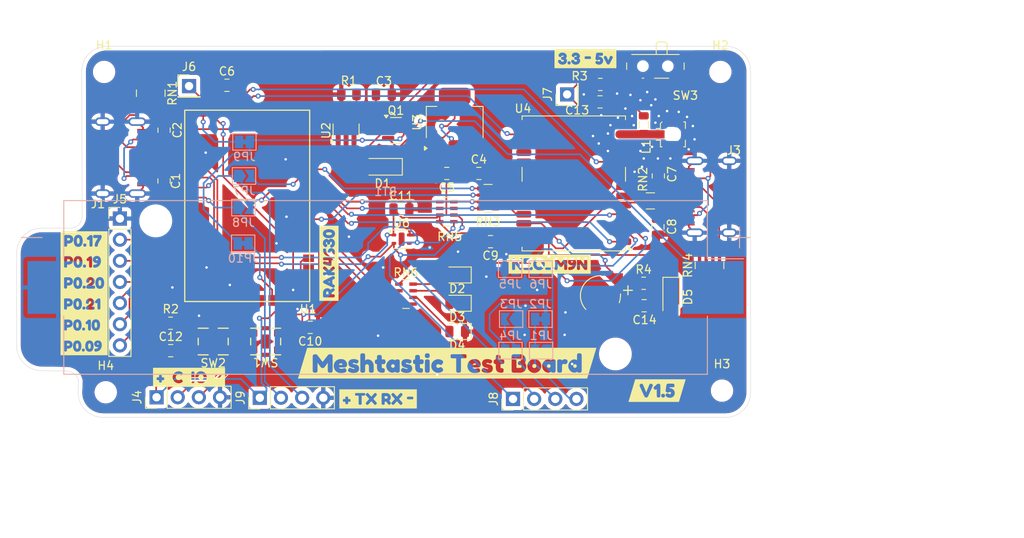
<source format=kicad_pcb>
(kicad_pcb (version 20240108) (generator "pcbnew") (generator_version "8.0")
  (layers (0 "F.Cu" signal) (31 "B.Cu" signal) (34 "B.Paste" user) (35 "F.Paste" user) (36 "B.SilkS" user "B.Silkscreen") (37 "F.SilkS" user "F.Silkscreen") (38 "B.Mask" user) (39 "F.Mask" user) (44 "Edge.Cuts" user))
  (net 0 "")
  (net 1 "VSS")
  (net 2 "Batt")
  (net 3 "/D+")
  (net 4 "/D-")
  (net 5 "+5V")
  (net 6 "Net-(D1-K)")
  (net 7 "VCC")
  (net 8 "GPS_D+")
  (net 9 "GPS_D-")
  (net 10 "Net-(D2-A)")
  (net 11 "Net-(D3-A)")
  (net 12 "Net-(D4-A)")
  (net 14 "Net-(J1-CC2)")
  (net 15 "Net-(J1-CC1)")
  (net 17 "Net-(J2-In)")
  (net 20 "Net-(J3-CC1)")
  (net 21 "Net-(J3-CC2)")
  (net 22 "SWDCLK")
  (net 23 "SWDIO")
  (net 24 "P0.20")
  (net 25 "P0.21")
  (net 26 "P0.09")
  (net 27 "P0.19")
  (net 28 "P0.17")
  (net 29 "P0.10")
  (net 30 "Net-(J6-Pin_1)")
  (net 31 "Net-(J7-Pin_1)")
  (net 32 "Net-(J8-Pin_3)")
  (net 33 "SCL")
  (net 34 "Net-(J8-Pin_4)")
  (net 35 "SDA")
  (net 36 "TX")
  (net 37 "RX")
  (net 38 "Data_Sel")
  (net 39 "/TX{slash}MISO")
  (net 40 "/RX{slash}MOSI")
  (net 41 "Net-(U2-PROG)")
  (net 44 "Net-(RN2-R2.1)")
  (net 45 "Net-(RN2-R1.1)")
  (net 46 "Net-(RN3-R2.1)")
  (net 47 "/SCL{slash}CLK")
  (net 48 "Net-(RN3-R3.1)")
  (net 49 "Net-(RN3-R4.1)")
  (net 50 "/SDA{slash}CS")
  (net 51 "Net-(RN3-R1.1)")
  (net 58 "Timepulse")
  (net 59 "LED2")
  (net 61 "LED1")
  (net 63 "Net-(SW1-A)")
  (net 64 "Net-(SW2-A)")
  (net 65 "LND_EN")
  (net 66 "SAFEBOOT")
  (net 67 "EXTINT")
  (net 68 "RESET")
  (net 74 "Charge_Status")
  (net 83 "Net-(SW2-B)")
  (net 84 "Net-(C13-Pad1)")
  (net 85 "Net-(JP10-B)")
  (net 86 "Net-(SW3-B)")
  (net 87 "Net-(BT2-+)")
  (net 88 "Net-(D5-K)")
  (footprint "Package_TO_SOT_SMD:SOT-223-3_TabPin2" (layer "F.Cu") (at 157.6 125.15 90)
    (property "Reference" "U3")
    (property "Value" "TLV1117-33")
  )
  (footprint "Resistor_SMD:R_Array_Convex_4x0603" (layer "F.Cu") (at 161.6 134.3 180)
    (property "Reference" "RN3")
    (property "Value" "33")
  )
  (footprint "UL_USB:USB_C_Receptical-Jing" (layer "F.Cu") (at 186.4125 134.1 90)
    (property "Reference" "J3")
    (property "Value" "USB_C_Receptacle")
  )
  (footprint "Resistor_SMD:R_Array_Concave_4x0603" (layer "F.Cu") (at 121.1 121.65 -90)
    (property "Reference" "RN1")
    (property "Value" "5.1k")
  )
  (footprint "Button_Switch_SMD:SW_SPDT_PCM12" (layer "F.Cu") (at 181.7 118.73 180)
    (property "Reference" "SW3")
    (property "Value" "SW_SPDT")
  )
  (footprint "UL_Buttons:TS3315A" (layer "F.Cu") (at 128.6 151.5)
    (property "Reference" "SW2")
    (property "Value" "SW_SPST")
  )
  (footprint "Capacitor_SMD:C_0805_2012Metric" (layer "F.Cu") (at 140.25 149.8 180)
    (property "Reference" "C10")
    (property "Value" "100nF")
  )
  (footprint "kibuzzard-665A1BDF" (layer "F.Cu") (at 156.7 154.1)
    (property "Reference" "kibuzzard-665A1BDF" (hide yes))
    (property "Value" "G***" (hide yes))
  )
  (footprint "UL_USB:USB_C_Receptical-Jing" (layer "F.Cu") (at 119.4725 129.395 -90)
    (property "Reference" "J1")
    (property "Value" "USB_C_Receptacle")
  )
  (footprint "MountingHole:MountingHole_2.2mm_M2" (layer "F.Cu") (at 115.7 157.6)
    (property "Reference" "H4")
    (property "Value" "MountingHole")
  )
  (footprint "Resistor_SMD:R_0805_2012Metric" (layer "F.Cu") (at 175.0875 120.6 180)
    (property "Reference" "R3")
    (property "Value" "10")
  )
  (footprint "Resistor_SMD:R_0805_2012Metric" (layer "F.Cu") (at 123.4875 149.3 180)
    (property "Reference" "R2")
    (property "Value" "10k")
  )
  (footprint "LED_SMD:LED_0805_2012Metric" (layer "F.Cu") (at 157.9 150.3 180)
    (property "Reference" "D4")
    (property "Value" "LED_Small")
  )
  (footprint "Resistor_SMD:R_Array_Concave_4x0603" (layer "F.Cu") (at 188.2 142.35 90)
    (property "Reference" "RN4")
    (property "Value" "5.1k")
  )
  (footprint "Connector_PinHeader_2.54mm:PinHeader_1x07_P2.54mm_Vertical" (layer "F.Cu") (at 117.4 136.72)
    (property "Reference" "J5")
    (property "Value" "Conn_01x07")
  )
  (footprint "Capacitor_SMD:C_0805_2012Metric" (layer "F.Cu") (at 149.095 121.8 180)
    (property "Reference" "C3")
    (property "Value" "22uF")
  )
  (footprint "kibuzzard-665A1D5A" (layer "F.Cu") (at 142.5 142.1 90)
    (property "Reference" "kibuzzard-665A1D5A" (hide yes))
    (property "Value" "G***" (hide yes))
  )
  (footprint "Sensor_Humidity:Sensirion_DFN-4-1EP_2x2mm_P1mm_EP0.7x1.6mm" (layer "F.Cu") (at 151.225 139.2)
    (property "Reference" "U6")
    (property "Value" "SHTC3")
  )
  (footprint "Capacitor_SMD:C_0805_2012Metric" (layer "F.Cu") (at 175.05 122.7 180)
    (property "Reference" "C13")
    (property "Value" "100nF")
  )
  (footprint "Resistor_SMD:R_0805_2012Metric" (layer "F.Cu") (at 180.2875 144.5)
    (property "Reference" "R4")
    (property "Value" "1k")
  )
  (footprint "Inductor_SMD:L_0805_2012Metric" (layer "F.Cu") (at 180.3 125.4375 90)
    (property "Reference" "L1")
    (property "Value" "27nH")
  )
  (footprint "Resistor_SMD:R_Array_Concave_4x0603" (layer "F.Cu") (at 151.75 145.8)
    (property "Reference" "RN6")
    (property "Value" "5.1k")
  )
  (footprint "UE-Battery:SEIKO_ML414H_IV01E" (layer "F.Cu") (at 175.1 146)
    (property "Reference" "BT2" (hide yes))
    (property "Value" "Battery_Cell")
  )
  (footprint "Capacitor_SMD:C_0805_2012Metric" (layer "F.Cu") (at 182.05 131.6 90)
    (property "Reference" "C7")
    (property "Value" "TBD")
  )
  (footprint "Connector_PinHeader_2.54mm:PinHeader_1x01_P2.54mm_Vertical" (layer "F.Cu") (at 125.7 120.8)
    (property "Reference" "J6")
    (property "Value" "Bodge")
  )
  (footprint "Resistor_SMD:R_Array_Convex_2x0603" (layer "F.Cu") (at 181.1 134.6)
    (property "Reference" "RN2")
    (property "Value" "27")
  )
  (footprint "MountingHole:MountingHole_2.2mm_M2" (layer "F.Cu") (at 115.5 119.1)
    (property "Reference" "H1")
    (property "Value" "MountingHole")
  )
  (footprint "Connector_Coaxial:U.FL_Molex_MCRF_73412-0110_Vertical" (layer "F.Cu") (at 183.8 126.6 -90)
    (property "Reference" "J2" (hide yes))
    (property "Value" "U.FL")
  )
  (footprint "kibuzzard-665A1CD2" (layer "F.Cu") (at 173.3 117.5)
    (property "Reference" "kibuzzard-665A1CD2" (hide yes))
    (property "Value" "G***" (hide yes))
  )
  (footprint "kibuzzard-667C6B2E" (layer "F.Cu") (at 181.9 157.4)
    (property "Reference" "kibuzzard-667C6B2E" (hide yes))
    (property "Value" "G***" (hide yes))
  )
  (footprint "UL_Buttons:TS3315A" (layer "F.Cu") (at 134.9 151.5 180)
    (property "Reference" "SW1")
    (property "Value" "SW_SPST")
  )
  (footprint "Diode_SMD:D_SOD-123" (layer "F.Cu") (at 148.95 130.5 180)
    (property "Reference" "D1")
    (property "Value" "D_Schottky")
  )
  (footprint "Connector_PinHeader_2.54mm:PinHeader_1x01_P2.54mm_Vertical" (layer "F.Cu") (at 171.1 121.8 90)
    (property "Reference" "J7")
    (property "Value" "Conn_01x01")
  )
  (footprint "Capacitor_SMD:C_0805_2012Metric" (layer "F.Cu") (at 122.7 126.1 90)
    (property "Reference" "C2")
    (property "Value" "TBD")
  )
  (footprint "kibuzzard-665A1D6B" (layer "F.Cu") (at 169 142.2)
    (property "Reference" "kibuzzard-665A1D6B" (hide yes))
    (property "Value" "G***" (hide yes))
  )
  (footprint "Resistor_SMD:R_Array_Concave_4x0603" (layer "F.Cu") (at 156.65 135.9)
    (property "Reference" "RN5")
    (property "Value" "5.1k")
  )
  (footprint "Connector_PinHeader_2.54mm:PinHeader_1x04_P2.54mm_Vertical" (layer "F.Cu") (at 134.2 158.26 90)
    (property "Reference" "J9")
    (property "Value" "Conn_01x04")
  )
  (footprint "Package_TO_SOT_SMD:SOT-23" (layer "F.Cu") (at 150.545 126.1375)
    (property "Reference" "Q1")
    (property "Value" "AO3401A")
  )
  (footprint "Capacitor_SMD:C_0805_2012Metric" (layer "F.Cu") (at 160.5 131.3)
    (property "Reference" "C4")
    (property "Value" "10uF")
  )
  (footprint "Capacitor_SMD:C_0805_2012Metric" (layer "F.Cu") (at 180.35 147.2)
    (property "Reference" "C14")
    (property "Value" "100nF")
  )
  (footprint "Connector_PinHeader_2.54mm:PinHeader_1x04_P2.54mm_Vertical" (layer "F.Cu") (at 121.8 158.2 90)
    (property "Reference" "J4")
    (property "Value" "Conn_01x04")
  )
  (footprint "Capacitor_SMD:C_0805_2012Metric" (layer "F.Cu") (at 156.65 131.3 180)
    (property "Reference" "C5")
    (property "Value" "10uF")
  )
  (footprint "LED_SMD:LED_0805_2012Metric" (layer "F.Cu") (at 157.9 146.9 180)
    (property "Reference" "D3")
    (property "Value" "LED_Small")
  )
  (footprint "Capacitor_SMD:C_0805_2012Metric" (layer "F.Cu") (at 122.7 132.2 -90)
    (property "Reference" "C1")
    (property "Value" "TBD")
  )
  (footprint "UL_Module:RAK4630" (layer "F.Cu") (at 125.185 146.695 90)
    (property "Reference" "U1")
    (property "Value" "RAK4630")
  )
  (footprint "kibuzzard-665A1CA2" (layer "F.Cu") (at 148.4 158.4)
    (property "Reference" "kibuzzard-665A1CA2" (hide yes))
    (property "Value" "G***" (hide yes))
  )
  (footprint "RF_GPS:ublox_NEO" (layer "F.Cu") (at 171.9 132.5 180)
    (property "Reference" "U4")
    (property "Value" "NEO-M9N")
  )
  (footprint "kibuzzard-665A1C19" (layer "F.Cu") (at 113.1 145.7)
    (property "Reference" "kibuzzard-665A1C19" (hide yes))
    (property "Value" "G***" (hide yes))
  )
  (footprint "LED_SMD:LED_0805_2012Metric" (layer "F.Cu") (at 157.9 143.5 180)
    (property "Reference" "D2")
    (property "Value" "LED_Small")
  )
  (footprint "Connector_PinHeader_2.54mm:PinHeader_1x04_P2.54mm_Vertical" (layer "F.Cu") (at 164.6 158.4 90)
    (property "Reference" "J8")
    (property "Value" "OledDisplay")
  )
  (footprint "Capacitor_SMD:C_0805_2012Metric" (layer "F.Cu") (at 151.2 135.6 180)
    (property "Reference" "C11")
    (property "Value" "100nF")
  )
  (footprint "Capacitor_SMD:C_0805_2012Metric" (layer "F.Cu") (at 130.25 120.7)
    (property "Reference" "C6")
    (property "Value" "100nF")
  )
  (footprint "MountingHole:MountingHole_2.2mm_M2" (layer "F.Cu") (at 189.7 157.4)
    (property "Reference" "H3")
    (property "Value" "MountingHole")
  )
  (footprint "MountingHole:MountingHole_2.2mm_M2" (layer "F.Cu") (at 189.5 119.1)
    (property "Reference" "H2")
    (property "Value" "MountingHole")
  )
  (footprint "Capacitor_SMD:C_0805_2012Metric" (layer "F.Cu") (at 182 137.7 -90)
    (property "Reference" "C8")
    (property "Value" "TBD")
  )
  (footprint "Package_TO_SOT_SMD:TSOT-23-5" (layer "F.Cu") (at 144.5575 126.15 90)
    (property "Reference" "U2")
    (property "Value" "LTC4054ES5")
  )
  (footprint "Resistor_SMD:R_0805_2012Metric" (layer "F.Cu") (at 144.895 121.8)
    (property "Reference" "R1")
    (property "Value" "R_Small")
  )
  (footprint "Capacitor_SMD:C_0805_2012Metric" (layer "F.Cu") (at 161.9 139.5 180)
    (property "Reference" "C9")
    (property "Value" "100nF")
  )
  (footprint "kibuzzard-665A1C85" (layer "F.Cu") (at 125.7 155.8)
    (property "Reference" "kibuzzard-665A1C85" (hide yes))
    (property "Value" "G***" (hide yes))
  )
  (footprint "Capacitor_SMD:C_0805_2012Metric" (layer "F.Cu") (at 123.5 152.6)
    (property "Reference" "C12")
    (property "Value" "100nF")
  )
  (footprint "Diode_SMD:D_SOD-123" (layer "F.Cu") (at 183.6 146.145 -90)
    (property "Reference" "D5")
    (property "Value" "D_Schottky")
  )
  (footprint "Jumper:SolderJumper-2_P1.3mm_Bridged_Pad1.0x1.5mm" (layer "B.Cu") (at 164.3 152.6 180)
    (property "Reference" "JP4")
    (property "Value" "Jumper_2_Bridged")
  )
  (footprint "Jumper:SolderJumper-2_P1.3mm_Open_TrianglePad1.0x1.5mm" (layer "B.Cu") (at 132.3 131.6)
    (property "Reference" "JP7")
    (property "Value" "Jumper_2_Open")
  )
  (footprint "Jumper:SolderJumper-2_P1.3mm_Bridged_Pad1.0x1.5mm" (layer "B.Cu") (at 167.9 148.8 180)
    (property "Reference" "JP2")
    (property "Value" "JClosed")
  )
  (footprint "Jumper:SolderJumper-2_P1.3mm_Open_TrianglePad1.0x1.5mm" (layer "B.Cu") (at 164.375 148.8 180)
    (property "Reference" "JP3")
    (property "Value" "Jumper_2_Open")
  )
  (footprint "Jumper:SolderJumper-2_P1.3mm_Bridged_Pad1.0x1.5mm" (layer "B.Cu") (at 132.2 139.7)
    (property "Reference" "JP10")
    (property "Value" "Jumper_2_Bridged")
  )
  (footprint "Jumper:SolderJumper-2_P1.3mm_Open_TrianglePad1.0x1.5mm" (layer "B.Cu") (at 167.925 142.8)
    (property "Reference" "JP6")
    (property "Value" "Jumper_2_Open")
  )
  (footprint "Jumper:SolderJumper-2_P1.3mm_Open_TrianglePad1.0x1.5mm" (layer "B.Cu") (at 167.975 152.6 180)
    (property "Reference" "JP1")
    (property "Value" "JOpen")
  )
  (footprint "Jumper:SolderJumper-2_P1.3mm_Bridged_Pad1.0x1.5mm" (layer "B.Cu") (at 164.25 142.8)
    (property "Reference" "JP5")
    (property "Value" "Jumper_2_Bridged")
  )
  (footprint "Jumper:SolderJumper-2_P1.3mm_Bridged_Pad1.0x1.5mm" (layer "B.Cu") (at 132.35 127.5)
    (property "Reference" "JP9")
    (property "Value" "Jumper_2_Bridged")
  )
  (footprint "Battery:BatteryHolder_Keystone_1042_1x18650" (layer "B.Cu") (at 149.3 145 180)
    (property "Reference" "BT1")
    (property "Value" "Battery_Cell")
  )
  (footprint "Jumper:SolderJumper-2_P1.3mm_Open_TrianglePad1.0x1.5mm" (layer "B.Cu") (at 132.225 135.4)
    (property "Reference" "JP8")
    (property "Value" "Jumper_2_Open")
  )
  (gr_line (start 108 137.87868) (end 111.597914 137.882084) (stroke (width 0.05)) (layer "Edge.Cuts"))
  (gr_arc (start 112.82132 119.02132) (mid 113.7 116.9) (end 115.82132 116.02132) (stroke (width 0.05)) (layer "Edge.Cuts"))
  (gr_line (start 112.860314 136.442744) (end 112.82132 119.02132) (stroke (width 0.05)) (layer "Edge.Cuts"))
  (gr_line (start 190.12132 160.62132) (end 115.37868 160.62132) (stroke (width 0.05)) (layer "Edge.Cuts"))
  (gr_arc (start 105 140.87868) (mid 105.87868 138.75736) (end 108 137.87868) (stroke (width 0.05)) (layer "Edge.Cuts"))
  (gr_line (start 112.37868 157.62132) (end 112.43934 156.31066) (stroke (width 0.05)) (layer "Edge.Cuts"))
  (gr_line (start 111 155.04826) (end 108 155) (stroke (width 0.05)) (layer "Edge.Cuts"))
  (gr_arc (start 193.12132 157.62132) (mid 192.24264 159.74264) (end 190.12132 160.62132) (stroke (width 0.05)) (layer "Edge.Cuts"))
  (gr_arc (start 190.12132 116) (mid 192.24264 116.87868) (end 193.12132 119) (stroke (width 0.05)) (layer "Edge.Cuts"))
  (gr_line (start 105 152) (end 105 140.87868) (stroke (width 0.05)) (layer "Edge.Cuts"))
  (gr_arc (start 115.37868 160.62132) (mid 113.25736 159.74264) (end 112.37868 157.62132) (stroke (width 0.05)) (layer "Edge.Cuts"))
  (gr_line (start 193.12132 119) (end 193.12132 157.62132) (stroke (width 0.05)) (layer "Edge.Cuts"))
  (gr_line (start 115.82132 116.02132) (end 190.12132 116) (stroke (width 0.05)) (layer "Edge.Cuts"))
  (gr_arc (start 112.860314 136.442744) (mid 112.5 137.4) (end 111.597914 137.882084) (stroke (width 0.05)) (layer "Edge.Cuts"))
  (gr_arc (start 108 155) (mid 105.87868 154.12132) (end 105 152) (stroke (width 0.05)) (layer "Edge.Cuts"))
  (gr_arc (start 111 155.04826) (mid 111.957256 155.408574) (end 112.43934 156.31066) (stroke (width 0.05)) (layer "Edge.Cuts"))
  (segment (start 177.9 125.4) (end 178.9 124.4) (width 0.2) (layer "F.Cu") (net 1))
  (segment (start 120.1725 132.72) (end 120.1725 133.015) (width 0.2) (layer "F.Cu") (net 1))
  (segment (start 174.1 122.7) (end 174 122.7) (width 0.2) (layer "F.Cu") (net 1))
  (segment (start 129.3 123.41) (end 129.715 123.825) (width 0.2) (layer "F.Cu") (net 1))
  (segment (start 138.075 146.951601) (end 138.71971 147.596311) (width 0.2) (layer "F.Cu") (net 1))
  (segment (start 174 122.7) (end 173.1 121.8) (width 0.2) (layer "F.Cu") (net 1))
  (segment (start 185.7125 137.72) (end 186.4125 138.42) (width 0.2) (layer "F.Cu") (net 1))
  (segment (start 125.435 146.565) (end 127.275 146.565) (width 0.2) (layer "F.Cu") (net 1))
  (segment (start 120.1725 133.015) (end 119.4725 133.715) (width 0.2) (layer "F.Cu") (net 1))
  (segment (start 120.1725 125.775) (end 119.4725 125.075) (width 0.2) (layer "F.Cu") (net 1))
  (segment (start 185.7125 137.175) (end 185.7125 137.425) (width 0.2) (layer "F.Cu") (net 1))
  (segment (start 177.9 125.5) (end 177.9 125.4) (width 0.2) (layer "F.Cu") (net 1))
  (segment (start 177.9 127.7) (end 178.412648 127.7) (width 0.2) (layer "F.Cu") (net 1))
  (segment (start 179.312648 128.6) (end 179.9 128.6) (width 0.2) (layer "F.Cu") (net 1))
  (segment (start 122.55 152.6) (end 123.5875 151.5625) (width 0.2) (layer "F.Cu") (net 1))
  (segment (start 185.7125 131.025) (end 185.7125 130.48) (width 0.2) (layer "F.Cu") (net 1))
  (segment (start 123.5875 148.4125) (end 125.435 146.565) (width 0.2) (layer "F.Cu") (net 1))
  (segment (start 174.1 123.2) (end 174.1 122.7) (width 0.2) (layer "F.Cu") (net 1))
  (segment (start 178.412648 127.7) (end 179.312648 128.6) (width 0.2) (layer "F.Cu") (net 1))
  (segment (start 120.1725 126.07) (end 120.1725 125.775) (width 0.2) (layer "F.Cu") (net 1))
  (segment (start 123.5875 151.5625) (end 123.5875 148.4125) (width 0.2) (layer "F.Cu") (net 1))
  (segment (start 175.2 124.3) (end 174.1 123.2) (width 0.2) (layer "F.Cu") (net 1))
  (segment (start 129.42 158.2) (end 129.42 156.23) (width 0.2) (layer "F.Cu") (net 1))
  (segment (start 120.1725 132.47) (end 120.1725 132.72) (width 0.2) (layer "F.Cu") (net 1))
  (segment (start 185.7125 137.175) (end 185.7125 137.72) (width 0.2) (layer "F.Cu") (net 1))
  (segment (start 129.42 156.23) (end 133.15 152.5) (width 0.2) (layer "F.Cu") (net 1))
  (segment (start 120.1725 126.32) (end 120.1725 126.07) (width 0.2) (layer "F.Cu") (net 1))
  (segment (start 138.075 146.565) (end 138.075 146.951601) (width 0.2) (layer "F.Cu") (net 1))
  (segment (start 185.7125 130.48) (end 186.4125 129.78) (width 0.2) (layer "F.Cu") (net 1))
  (segment (start 130.785 146.565) (end 130.875 146.565) (width 0.2) (layer "F.Cu") (net 1))
  (via (at 173.1 121.8) (size 0.6) (drill 0.3) (layers "F.Cu" "B.Cu") (net 1))
  (via (at 142.2 143.6) (size 0.6) (drill 0.3) (layers "F.Cu" "B.Cu") (net 1))
  (via (at 177.2 124.6) (size 0.6) (drill 0.3) (layers "F.Cu" "B.Cu") (net 1))
  (via (at 127.7 128.8) (size 0.6) (drill 0.3) (layers "F.Cu" "B.Cu") (net 1))
  (via (at 185.7 128.4) (size 0.6) (drill 0.3) (layers "F.Cu" "B.Cu") (net 1))
  (via (at 179.1 125.5) (size 0.6) (drill 0.3) (layers "F.Cu" "B.Cu") (net 1))
  (via (at 149 142.6) (size 0.6) (drill 0.3) (layers "F.Cu" "B.Cu") (net 1))
  (via (at 181.7 125.2) (size 0.6) (drill 0.3) (layers "F.Cu" "B.Cu") (net 1))
  (via (at 185.5 124.5) (size 0.6) (drill 0.3) (layers "F.Cu" "B.Cu") (net 1))
  (via (at 182.1 124.4) (size 0.6) (drill 0.3) (layers "F.Cu" "B.Cu") (net 1))
  (via (at 158 140.7) (size 0.6) (drill 0.3) (layers "F.Cu" "B.Cu") (net 1))
  (via (at 154.6 140.2) (size 0.6) (drill 0.3) (layers "F.Cu" "B.Cu") (net 1))
  (via (at 180.1 130.5) (size 0.6) (drill 0.3) (layers "F.Cu" "B.Cu") (net 1))
  (via (at 183.1 123.8) (size 0.6) (drill 0.3) (layers "F.Cu" "B.Cu") (net 1))
  (via (at 178.9 124.4) (size 0.6) (drill 0.3) (layers "F.Cu" "B.Cu") (net 1))
  (via (at 176 128.6) (size 0.6) (drill 0.3) (layers "F.Cu" "B.Cu") (net 1))
  (via (at 148.4 150.8) (size 0.6) (drill 0.3) (layers "F.Cu" "B.Cu") (net 1))
  (via (at 127.8 142.6) (size 0.6) (drill 0.3) (layers "F.Cu" "B.Cu") (net 1))
  (via (at 182 129.5) (size 0.6) (drill 0.3) (layers "F.Cu" "B.Cu") (net 1))
  (via (at 136.2 139.7) (size 0.6) (drill 0.3) (layers "F.Cu" "B.Cu") (net 1))
  (via (at 180.3 129.5) (size 0.6) (drill 0.3) (layers "F.Cu" "B.Cu") (net 1))
  (via (at 161.4 143.7) (size 0.6) (drill 0.3) (layers "F.Cu" "B.Cu") (net 1))
  (via (at 138.2 145.3) (size 0.6) (drill 0.3) (layers "F.Cu" "B.Cu") (net 1))
  (via (at 137.4 136.5) (size 0.6) (drill 0.3) (layers "F.Cu" "B.Cu") (net 1))
  (via (at 179.9 128.6) (size 0.6) (drill 0.3) (layers "F.Cu" "B.Cu") (net 1))
  (via (at 175.2 124.3) (size 0.6) (drill 0.3) (layers "F.Cu" "B.Cu") (net 1))
  (via (at 166 150.7) (size 0.6) (drill 0.3) (layers "F.Cu" "B.Cu") (net 1))
  (via (at 144.9 138.9) (size 0.6) (drill 0.3) (layers "F.Cu" "B.Cu") (net 1))
  (via (at 170.9 148) (size 0.6) (drill 0.3) (layers "F.Cu" "B.Cu") (net 1))
  (via (at 186.4 127.2) (size 0.6) (drill 0.3) (layers "F.Cu" "B.Cu") (net 1))
  (via (at 155.5 155.5) (size 0.6) (drill 0.3) (layers "F.Cu" "B.Cu") (net 1))
  (via (at 130.6 144.7) (size 0.6) (drill 0.3) (layers "F.Cu" "B.Cu") (net 1))
  (via (at 138.71971 147.596311) (size 0.6) (drill 0.3) (layers "F.Cu" "B.Cu") (net 1))
  (via (at 171.7 154.2) (size 0.6) (drill 0.3) (layers "F.Cu" "B.Cu") (net 1))
  (via (at 167.5 145.3) (size 0.6) (drill 0.3) (layers "F.Cu" "B.Cu") (net 1))
  (via (at 179.2 131.1) (size 0.6) (drill 0.3) (layers "F.Cu" "B.Cu") (net 1))
  (via (at 181.7 122.4) (size 0.6) (drill 0.3) (layers "F.Cu" "B.Cu") (net 1))
  (via (at 179.9 122.5) (size 0.6) (drill 0.3) (layers "F.Cu" "B.Cu") (net 1))
  (via (at 176 126.5) (size 0.6) (drill 0.3) (layers "F.Cu" "B.Cu") (net 1))
  (via (at 180.713742 121.515498) (size 0.6) (drill 0.3) (layers "F.Cu" "B.Cu") (net 1))
  (via (at 123.7 145) (size 0.6) (drill 0.3) (layers "F.Cu" "B.Cu") (net 1))
  (via (at 177.1 121.7) (size 0.6) (drill 0.3) (layers "F.Cu" "B.Cu") (net 1))
  (via (at 181.3 128.1) (size 0.6) (drill 0.3) (layers "F.Cu" "B.Cu") (net 1))
  (via (at 137.3 129.6) (size 0.6) (drill 0.3) (layers "F.Cu" "B.Cu") (net 1))
  (via (at 163.8 141) (size 0.6) (drill 0.3) (layers "F.Cu" "B.Cu") (net 1))
  (via (at 178.7 121.86) (size 0.6) (drill 0.3) (layers "F.Cu" "B.Cu") (net 1))
  (via (at 166.1 147.2) (size 0.6) (drill 0.3) (layers "F.Cu" "B.Cu") (net 1))
  (via (at 183.5 129.5) (size 0.6) (drill 0.3) (layers "F.Cu" "B.Cu") (net 1))
  (via (at 180.3 127.9) (size 0.6) (drill 0.3) (layers "F.Cu" "B.Cu") (net 1))
  (via (at 184.5 123.9) (size 0.6) (drill 0.3) (layers "F.Cu" "B.Cu") (net 1))
  (via (at 178.1 123.5) (size 0.6) (drill 0.3) (layers "F.Cu" "B.Cu") (net 1))
  (via (at 126.9 148.4) (size 0.6) (drill 0.3) (layers "F.Cu" "B.Cu") (net 1))
  (via (at 174.2 126.8) (size 0.6) (drill 0.3) (layers "F.Cu" "B.Cu") (net 1))
  (via (at 181.2 123.1) (size 0.6) (drill 0.3) (layers "F.Cu" "B.Cu") (net 1))
  (via (at 174.9 127.7) (size 0.6) (drill 0.3) (layers "F.Cu" "B.Cu") (net 1))
  (via (at 176.3 125.5) (size 0.6) (drill 0.3) (layers "F.Cu" "B.Cu") (net 1))
  (via (at 186.2 125.6) (size 0.6) (drill 0.3) (layers "F.Cu" "B.Cu") (net 1))
  (via (at 170.8 150.7) (size 0.6) (drill 0.3) (layers "F.Cu" "B.Cu") (net 1))
  (segment (start 151.4825 126.1375) (end 151.4825 126.690877) (width 0.2) (layer "F.Cu") (net 2))
  (segment (start 151.4825 126.690877) (end 151.027439 127.145938) (width 0.2) (layer "F.Cu") (net 2))
  (segment (start 153.5 125) (end 152.3625 126.1375) (width 0.2) (layer "F.Cu") (net 2))
  (segment (start 152.3625 126.1375) (end 151.4825 126.1375) (width 0.2) (layer "F.Cu") (net 2))
  (segment (start 145.52 127.3) (end 145.5075 127.2875) (width 0.2) (layer "F.Cu") (net 2))
  (segment (start 146.5 127.3) (end 145.52 127.3) (width 0.2) (layer "F.Cu") (net 2))
  (via (at 151.027439 127.145938) (size 0.6) (drill 0.3) (layers "F.Cu" "B.Cu") (net 2))
  (via (at 153.5 125) (size 0.6) (drill 0.3) (layers "F.Cu" "B.Cu") (net 2))
  (via (at 146.5 127.3) (size 0.6) (drill 0.3) (layers "F.Cu" "B.Cu") (net 2))
  (segment (start 160 125) (end 153.5 125) (width 0.2) (layer "B.Cu") (net 2))
  (segment (start 146.5 127.3) (end 133.2 127.3) (width 0.2) (layer "B.Cu") (net 2))
  (segment (start 133 129) (end 133 127.5) (width 0.2) (layer "B.Cu") (net 2))
  (segment (start 131.55 139.7) (end 127.45 135.6) (width 0.2) (layer "B.Cu") (net 2))
  (segment (start 146.5 127.3) (end 150.873377 127.3) (width 0.2) (layer "B.Cu") (net 2))
  (segment (start 130.916529 129) (end 133 129) (width 0.2) (layer "B.Cu") (net 2))
  (segment (start 164 129) (end 160 125) (width 0.2) (layer "B.Cu") (net 2))
  (segment (start 127.45 135.6) (end 127.45 132.466529) (width 0.2) (layer "B.Cu") (net 2))
  (segment (start 188.63 145) (end 172.63 129) (width 0.2) (layer "B.Cu") (net 2))
  (segment (start 127.45 132.466529) (end 130.916529 129) (width 0.2) (layer "B.Cu") (net 2))
  (segment (start 172.63 129) (end 164 129) (width 0.2) (layer "B.Cu") (net 2))
  (segment (start 133.2 127.3) (end 133 127.5) (width 0.2) (layer "B.Cu") (net 2))
  (segment (start 150.873377 127.3) (end 151.027439 127.145938) (width 0.2) (layer "B.Cu") (net 2))
  (segment (start 120.1725 130.145) (end 120.975 130.145) (width 0.2) (layer "F.Cu") (net 3))
  (segment (start 120.975 130.145) (end 122 129.12) (width 0.2) (layer "F.Cu") (net 3))
  (segment (start 122.7 129.62) (end 122.2 129.12) (width 0.2) (layer "F.Cu") (net 3))
  (segment (start 122.7 131.25) (end 122.7 129.62) (width 0.2) (layer "F.Cu") (net 3))
  (segment (start 122.2 129.12) (end 122 129.12) (width 0.2) (layer "F.Cu") (net 3))
  (segment (start 125.04 129.12) (end 122.2 129.12) (width 0.2) (layer "F.Cu") (net 3))
  (segment (start 121.247501 129.12) (end 121.222501 129.145) (width 0.2) (layer "F.Cu") (net 3))
  (segment (start 125.315 129.395) (end 125.04 129.12) (width 0.2) (layer "F.Cu") (net 3))
  (segment (start 121.222501 129.145) (end 120.1725 129.145) (width 0.2) (layer "F.Cu") (net 3))
  (segment (start 122 129.12) (end 121.247501 129.12) (width 0.2) (layer "F.Cu") (net 3))
  (segment (start 119.2475 128.645) (end 120.1725 128.645) (width 0.2) (layer "F.Cu") (net 4))
  (segment (start 124.755 128.645) (end 124.293264 128.645) (width 0.2) (layer "F.Cu") (net 4))
  (segment (start 122.7 128.37) (end 122.4 128.67) (width 0.2) (layer "F.Cu") (net 4))
  (segment (start 119 128.8925) (end 119.2475 128.645) (width 0.2) (layer "F.Cu") (net 4))
  (segment (start 125.315 128.195) (end 125.205 128.195) (width 0.2) (layer "F.Cu") (net 4))
  (segment (start 125.205 128.195) (end 124.755 128.645) (width 0.2) (layer "F.Cu") (net 4))
  (segment (start 120.1725 129.645) (end 119.345 129.645) (width 0.2) (layer "F.Cu") (net 4))
  (segment (start 120.1725 128.645) (end 121.222501 128.645) (width 0.2) (layer "F.Cu") (net 4))
  (segment (start 121.247501 128.67) (end 122.4 128.67) (width 0.2) (layer "F.Cu") (net 4))
  (segment (start 122.7 127.05) (end 122.7 128.37) (width 0.2) (layer "F.Cu") (net 4))
  (segment (start 119.345 129.645) (end 119 129.3) (width 0.2) (layer "F.Cu") (net 4))
  (segment (start 124.293264 128.645) (end 124.268264 128.67) (width 0.2) (layer "F.Cu") (net 4))
  (segment (start 119 129.3) (end 119 128.8925) (width 0.2) (layer "F.Cu") (net 4))
  (segment (start 121.222501 128.645) (end 121.247501 128.67) (width 0.2) (layer "F.Cu") (net 4))
  (segment (start 122.4 128.67) (end 124.268264 128.67) (width 0.2) (layer "F.Cu") (net 4))
  (segment (start 149.4325 125.0125) (end 149.6075 125.1875) (width 0.2) (layer "F.Cu") (net 5))
  (segment (start 186.785 136.315) (end 187 136.1) (width 0.2) (layer "F.Cu") (net 5))
  (segment (start 147.3 128.016948) (end 149.6075 125.709448) (width 0.2) (layer "F.Cu") (net 5))
  (segment (start 148.145 123.725) (end 149.6075 125.1875) (width 0.2) (layer "F.Cu") (net 5))
  (segment (start 186.0225 131.885) (end 188.015 131.885) (width 0.2) (layer "F.Cu") (net 5))
  (segment (start 179.784314 117.4) (end 181.068629 117.4) (width 0.2) (layer "F.Cu") (net 5))
  (segment (start 147.3 130.5) (end 147.3 128.016948) (width 0.2) (layer "F.Cu") (net 5))
  (segment (start 188.015 131.885) (end 188.3 131.6) (width 0.2) (layer "F.Cu") (net 5))
  (segment (start 145.5075 125.0125) (end 149.4325 125.0125) (width 0.2) (layer "F.Cu") (net 5))
  (segment (start 118.7 127.5) (end 118.98 127.22) (width 0.2) (layer "F.Cu") (net 5))
  (segment (start 188.3 124.51) (end 183.95 120.16) (width 0.2) (layer "F.Cu") (net 5))
  (segment (start 120.1725 126.87) (end 121.0475 126.87) (width 0.2) (layer "F.Cu") (net 5))
  (segment (start 149.6075 125.709448) (end 149.6075 125.1875) (width 0.2) (layer "F.Cu") (net 5))
  (segment (start 125.315 126.995) (end 126.335 125.975) (width 0.2) (layer "F.Cu") (net 5))
  (segment (start 148.145 121.8) (end 148.145 123.725) (width 0.2) (layer "F.Cu") (net 5))
  (segment (start 188.3 131.6) (end 188.3 124.51) (width 0.2) (layer "F.Cu") (net 5))
  (segment (start 183.828629 120.16) (end 183.95 120.16) (width 0.2) (layer "F.Cu") (net 5))
  (segment (start 181.068629 117.4) (end 183.828629 120.16) (width 0.2) (layer "F.Cu") (net 5))
  (segment (start 121.6675 126.25) (end 124.57 126.25) (width 0.2) (layer "F.Cu") (net 5))
  (segment (start 155.995 118.8) (end 178.384314 118.8) (width 0.2) (layer "F.Cu") (net 5))
  (segment (start 144.545 125.975) (end 145.5075 125.0125) (width 0.2) (layer "F.Cu") (net 5))
  (segment (start 185.7125 136.375) (end 185.7725 136.315) (width 0.2) (layer "F.Cu") (net 5))
  (segment (start 126.335 125.975) (end 144.545 125.975) (width 0.2) (layer "F.Cu") (net 5))
  (segment (start 118.19 131.61) (end 117.9 131.9) (width 0.2) (layer "F.Cu") (net 5))
  (segment (start 120.0725 127.22) (end 120.1725 127.12) (width 0.2) (layer "F.Cu") (net 5))
  (segment (start 118.98 127.22) (end 120.0725 127.22) (width 0.2) (layer "F.Cu") (net 5))
  (segment (start 185.7725 136.315) (end 186.785 136.315) (width 0.2) (layer "F.Cu") (net 5))
  (segment (start 185.7125 131.575) (end 186.0225 131.885) (width 0.2) (layer "F.Cu") (net 5))
  (segment (start 120.1725 127.12) (end 120.1725 126.87) (width 0.2) (layer "F.Cu") (net 5))
  (segment (start 149.6075 125.1875) (end 155.995 118.8) (width 0.2) (layer "F.Cu") (net 5))
  (segment (start 119.8625 131.61) (end 118.19 131.61) (width 0.2) (layer "F.Cu") (net 5))
  (segment (start 124.57 126.25) (end 125.315 126.995) (width 0.2) (layer "F.Cu") (net 5))
  (segment (start 178.384314 118.8) (end 179.784314 117.4) (width 0.2) (layer "F.Cu") (net 5))
  (segment (start 121.0475 126.87) (end 121.6675 126.25) (width 0.2) (layer "F.Cu") (net 5))
  (segment (start 120.1725 131.92) (end 119.8625 131.61) (width 0.2) (layer "F.Cu") (net 5))
  (via (at 187 136.1) (size 0.6) (drill 0.3) (layers "F.Cu" "B.Cu") (net 5))
  (via (at 118.7 127.5) (size 0.6) (drill 0.3) (layers "F.Cu" "B.Cu") (net 5))
  (via (at 188.015 131.885) (size 0.6) (drill 0.3) (layers "F.Cu" "B.Cu") (net 5))
  (via (at 117.9 131.9) (size 0.6) (drill 0.3) (layers "F.Cu" "B.Cu") (net 5))
  (segment (start 187 136.1) (end 188.015 135.085) (width 0.2) (layer "B.Cu") (net 5))
  (segment (start 188.015 135.085) (end 188.015 131.885) (width 0.2) (layer "B.Cu") (net 5))
  (segment (start 117.9 128.3) (end 118.7 127.5) (width 0.2) (layer "B.Cu") (net 5))
  (segment (start 117.9 131.9) (end 117.9 128.3) (width 0.2) (layer "B.Cu") (net 5))
  (segment (start 151.012616 128.08) (end 150.6 128.08) (width 0.2) (layer "F.Cu") (net 6))
  (segment (start 159.55 128.65) (end 159.9 128.3) (width 0.2) (layer "F.Cu") (net 6))
  (segment (start 159.9 128.3) (end 157.65 126.05) (width 0.2) (layer "F.Cu") (net 6))
  (segment (start 159.55 131.3) (end 159.55 128.65) (width 0.2) (layer "F.Cu") (net 6))
  (segment (start 156.219239 127) (end 152.092616 127) (width 0.2) (layer "F.Cu") (net 6))
  (segment (start 150.6 130.5) (end 150.6 128.08) (width 0.2) (layer "F.Cu") (net 6))
  (segment (start 152.092616 127) (end 151.012616 128.08) (width 0.2) (layer "F.Cu") (net 6))
  (segment (start 150.6 130.5) (end 150.85 130.25) (width 0.2) (layer "F.Cu") (net 6))
  (segment (start 157.65 126.05) (end 157.169239 126.05) (width 0.2) (layer "F.Cu") (net 6))
  (segment (start 150.6 128.08) (end 149.6075 127.0875) (width 0.2) (layer "F.Cu") (net 6))
  (segment (start 157.169239 126.05) (end 156.219239 127) (width 0.2) (layer "F.Cu") (net 6))
  (segment (start 136.875 144.725) (end 138.2 143.4) (width 0.2) (layer "F.Cu") (net 7))
  (segment (start 121.75 158.15) (end 121.75 150.125) (width 0.2) (layer "F.Cu") (net 7))
  (segment (start 139.3 149.8) (end 139.3 148.39995) (width 0.2) (layer "F.Cu") (net 7))
  (segment (start 175.6 134.619239) (end 177.319239 132.9) (width 0.2) (layer "F.Cu") (net 7))
  (segment (start 183.6 147.795) (end 184.5 146.895) (width 0.2) (layer "F.Cu") (net 7))
  (segment (start 128.515 124.325) (end 129.49 125.3) (width 0.2) (layer "F.Cu") (net 7))
  (segment (start 157.6 127.50874) (end 157.214115 127.122855) (width 0.2) (layer "F.Cu") (net 7))
  (segment (start 169.099998 141.1) (end 168.9 141.299998) (width 0.2) (layer "F.Cu") (net 7))
  (segment (start 168.9 139.443676) (end 168.9 141.299998) (width 0.2) (layer "F.Cu") (net 7))
  (segment (start 155.475 136.625) (end 155.8 136.3) (width 0.2) (layer "F.Cu") (net 7))
  (segment (start 175.6 135.319239) (end 175.6 134.619239) (width 0.2) (layer "F.Cu") (net 7))
  (segment (start 184.5 146.895) (end 184.5 144) (width 0.2) (layer "F.Cu") (net 7))
  (segment (start 162.85 139.5) (end 163.95 138.4) (width 0.2) (layer "F.Cu") (net 7))
  (segment (start 138.056311 148.246311) (end 139.453639 148.246311) (width 0.2) (layer "F.Cu") (net 7))
  (segment (start 168.3 138.843676) (end 168.9 139.443676) (width 0.2) (layer "F.Cu") (net 7))
  (segment (start 157.744239 138.475) (end 161.825 138.475) (width 0.2) (layer "F.Cu") (net 7))
  (segment (start 136.875 147.075) (end 136.875 146.565) (width 0.2) (layer "F.Cu") (net 7))
  (segment (start 136.875 147.065) (end 138.056311 148.246311) (width 0.2) (layer "F.Cu") (net 7))
  (segment (start 121.8 158.2) (end 121.75 158.15) (width 0.2) (layer "F.Cu") (net 7))
  (segment (start 128.515 121.485) (end 129.3 120.7) (width 0.2) (layer "F.Cu") (net 7))
  (segment (start 139.3 148.39995) (end 139.453639 148.246311) (width 0.2) (layer "F.Cu") (net 7))
  (segment (start 157.669239 138.55) (end 157.744239 138.475) (width 0.2) (layer "F.Cu") (net 7))
  (segment (start 157.6 122) (end 157.6 124.7) (width 0.2) (layer "F.Cu") (net 7))
  (segment (start 129.715 125.215) (end 129.8 125.3) (width 0.2) (layer "F.Cu") (net 7))
  (segment (start 156.6 136.3) (end 156.6 132.3) (width 0.2) (layer "F.Cu") (net 7))
  (segment (start 129.49 125.3) (end 129.8 125.3) (width 0.2) (layer "F.Cu") (net 7))
  (segment (start 166.3 138.8) (end 166.812648 138.8) (width 0.2) (layer "F.Cu") (net 7))
  (segment (start 157.6 128.3) (end 157.6 127.50874) (width 0.2) (layer "F.Cu") (net 7))
  (segment (start 150.25 138.65) (end 150.3 138.7) (width 0.2) (layer "F.Cu") (net 7))
  (segment (start 135.24 148.7) (end 134.15 148.7) (width 0.2) (layer "F.Cu") (net 7))
  (segment (start 128.515 123.825) (end 128.515 124.325) (width 0.2) (layer "F.Cu") (net 7))
  (segment (start 151.275 136.625) (end 155.475 136.625) (width 0.2) (layer "F.Cu") (net 7))
  (segment (start 138.2 140.080761) (end 138.2 143.4) (width 0.2) (layer "F.Cu") (net 7))
  (segment (start 165.9 138.4) (end 166.3 138.8) (width 0.2) (layer "F.Cu") (net 7))
  (segment (start 181.6 141.1) (end 169.099998 141.1) (width 0.2) (layer "F.Cu") (net 7))
  (segment (start 168.9 140.9) (end 168.9 141.299998) (width 0.2) (layer "F.Cu") (net 7))
  (segment (start 136.875 146.565) (end 136.875 144.725) (width 0.2) (layer "F.Cu") (net 7))
  (segment (start 136.875 147.065) (end 135.24 148.7) (width 0.2) (layer "F.Cu") (net 7))
  (segment (start 170.619239 140.3) (end 175.6 135.319239) (width 0.2) (layer "F.Cu") (net 7))
  (segment (start 156.685806 125.614194) (end 156.033434 125.614194) (width 0.2) (layer "F.Cu") (net 7))
  (segment (start 177.319239 132.9) (end 177.9 132.9) (width 0.2) (layer "F.Cu") (net 7))
  (segment (start 156.6 132.3) (end 157.6 131.3) (width 0.2) (layer "F.Cu") (net 7))
  (segment (start 155.8 136.3) (end 156.6 136.3) (width 0.2) (layer "F.Cu") (net 7))
  (segment (start 166.856324 138.843676) (end 168.3 138.843676) (width 0.2) (layer "F.Cu") (net 7))
  (segment (start 169.756324 140.3) (end 170.619239 140.3) (width 0.2) (layer "F.Cu") (net 7))
  (segment (start 128.515 123.825) (end 128.515 121.485) (width 0.2) (layer "F.Cu") (net 7))
  (segment (start 168.3 138.843676) (end 169.756324 140.3) (width 0.2) (layer "F.Cu") (net 7))
  (segment (start 121.75 150.125) (end 122.575 149.3) (width 0.2) (layer "F.Cu") (net 7))
  (segment (start 149.5 138.7) (end 150.3 138.7) (width 0.2) (layer "F.Cu") (net 7))
  (segment (start 155.8 137.1) (end 155.8 136.3) (width 0.2) (layer "F.Cu") (net 7))
  (segment (start 150.25 135.6) (end 151.275 136.625) (width 0.2) (layer "F.Cu") (net 7))
  (segment (start 163.95 138.4) (end 165.9 138.4) (width 0.2) (layer "F.Cu") (net 7))
  (segment (start 161.825 138.475) (end 162.85 139.5) (width 0.2) (layer "F.Cu") (net 7))
  (segment (start 155.8 137.219239) (end 157.130761 138.55) (width 0.2) (layer "F.Cu") (net 7))
  (segment (start 150.25 135.6) (end 150.25 138.65) (width 0.2) (layer "F.Cu") (net 7))
  (segment (start 157.130761 138.55) (end 157.669239 138.55) (width 0.2) (layer "F.Cu") (net 7))
  (segment (start 129.8 126.6) (end 129.8 131.680761) (width 0.2) (layer "F.Cu") (net 7))
  (segment (start 129.8 131.680761) (end 138.2 140.080761) (width 0.2) (layer "F.Cu") (net 7))
  (segment (start 166.812648 138.8) (end 166.856324 138.843676) (width 0.2) (layer "F.Cu") (net 7))
  (segment (start 184.5 144) (end 181.6 141.1) (width 0.2) (layer "F.Cu") (net 7))
  (segment (start 136.875 146.565) (end 136.875 147.065) (width 0.2) (layer "F.Cu") (net 7))
  (segment (start 155.8 137.1) (end 155.8 137.219239) (width 0.2) (layer "F.Cu") (net 7))
  (segment (start 157.6 131.3) (end 157.6 128.3) (width 0.2) (layer "F.Cu") (net 7))
  (segment (start 157.6 124.7) (end 156.685806 125.614194) (width 0.2) (layer "F.Cu") (net 7))
  (via (at 129.8 125.3) (size 0.6) (drill 0.3) (layers "F.Cu" "B.Cu") (net 7))
  (via (at 168.9 141.299998) (size 0.6) (drill 0.3) (layers "F.Cu" "B.Cu") (net 7))
  (via (at 156.033434 125.614194) (size 0.6) (drill 0.3) (layers "F.Cu" "B.Cu") (net 7))
  (via (at 139.453639 148.246311) (size 0.6) (drill 0.3) (layers "F.Cu" "B.Cu") (net 7))
  (via (at 134.15 148.7) (size 0.6) (drill 0.3) (layers "F.Cu" "B.Cu") (net 7))
  (via (at 149.5 138.7) (size 0.6) (drill 0.3) (layers "F.Cu" "B.Cu") (net 7))
  (via (at 157.214115 127.122855) (size 0.6) (drill 0.3) (layers "F.Cu" "B.Cu") (net 7))
  (via (at 129.8 126.6) (size 0.6) (drill 0.3) (layers "F.Cu" "B.Cu") (net 7))
  (segment (start 121.8 158.2) (end 124 156) (width 0.2) (layer "B.Cu") (net 7))
  (segment (start 156.834314 126.9) (end 156.033434 126.09912) (width 0.2) (layer "B.Cu") (net 7))
  (segment (start 169.35 143.55) (end 169.35 146.5) (width 0.2) (layer "B.Cu") (net 7))
  (segment (start 149.5 139.919239) (end 141.172928 148.246311) (width 0.2) (layer "B.Cu") (net 7))
  (segment (start 168.65 142.8) (end 168.9 142.55) (width 0.2) (layer "B.Cu") (net 7))
  (segment (start 135 157.46) (end 135 157.085686) (width 0.2) (layer "B.Cu") (net 7))
  (segment (start 156.99126 126.9) (end 156.834314 126.9) (width 0.2) (layer "B.Cu") (net 7))
  (segment (start 168.65 142.85) (end 169.35 143.55) (width 0.2) (layer "B.Cu") (net 7))
  (segment (start 134.2 158.26) (end 135 157.46) (width 0.2) (layer "B.Cu") (net 7))
  (segment (start 169.35 150.7) (end 169.35 151.95) (width 0.2) (layer "B.Cu") (net 7))
  (segment (start 163.5 146.5) (end 169.35 146.5) (width 0.2) (layer "B.Cu") (net 7))
  (segment (start 131.94 156) (end 134.2 158.26) (width 0.2) (layer "B.Cu") (net 7))
  (segment (start 134.4 156.485685) (end 134.4 148.95) (width 0.2) (layer "B.Cu") (net 7))
  (segment (start 141.172928 148.246311) (end 139.453639 148.246311) (width 0.2) (layer "B.Cu") (net 7))
  (segment (start 156.033434 126.09912) (end 156.033434 125.614194) (width 0.2) (layer "B.Cu") (net 7))
  (segment (start 169.35 146.5) (end 169.35 150.7) (width 0.2) (layer "B.Cu") (net 7))
  (segment (start 135 157.085686) (end 134.4 156.485685) (width 0.2) (layer "B.Cu") (net 7))
  (segment (start 157.214115 127.122855) (end 156.99126 126.9) (width 0.2) (layer "B.Cu") (net 7))
  (segment (start 149.5 138.7) (end 149.5 139.919239) (width 0.2) (layer "B.Cu") (net 7))
  (segment (start 168.65 142.8) (end 168.65 142.85) (width 0.2) (layer "B.Cu") (net 7))
  (segment (start 124 156) (end 131.94 156) (width 0.2) (layer "B.Cu") (net 7))
  (segment (start 163.65 152.6) (end 163.65 151.95) (width 0.2) (layer "B.Cu") (net 7))
  (segment (start 134.4 148.95) (end 134.15 148.7) (width 0.2) (layer "B.Cu") (net 7))
  (segment (start 161.8 150.1) (end 161.8 148.2) (width 0.2) (layer "B.Cu") (net 7))
  (segment (start 129.8 125.3) (end 129.8 126.6) (width 0.2) (layer "B.Cu") (net 7))
  (segment (start 168.9 142.55) (end 168.9 141.299998) (width 0.2) (layer "B.Cu") (net 7))
  (segment (start 161.8 148.2) (end 163.5 146.5) (width 0.2) (layer "B.Cu") (net 7))
  (segment (start 169.35 151.95) (end 168.7 152.6) (width 0.2) (layer "B.Cu") (net 7))
  (segment (start 163.65 151.95) (end 161.8 150.1) (width 0.2) (layer "B.Cu") (net 7))
  (segment (start 182.05 132.55) (end 182.05 134.05) (width 0.2) (layer "F.Cu") (net 8))
  (segment (start 185.7125 134.35) (end 184.512498 134.35) (width 0.2) (layer "F.Cu") (net 8))
  (segment (start 184.512498 134.35) (end 184.487498 134.375) (width 0.2) (layer "F.Cu") (net 8))
  (segment (start 182.600001 134.1) (end 182.875001 134.375) (width 0.2) (layer "F.Cu") (net 8))
  (segment (start 182.05 134.05) (end 182 134.1) (width 0.2) (layer "F.Cu") (net 8))
  (segment (start 185.7125 133.35) (end 184.7875 133.35) (width 0.2) (layer "F.Cu") (net 8))
  (segment (start 182.875001 134.375) (end 184 134.375) (width 0.2) (layer "F.Cu") (net 8))
  (segment (start 184.7875 133.35) (end 184 134.1375) (width 0.2) (layer "F.Cu") (net 8))
  (segment (start 184 134.1375) (end 184 134.375) (width 0.2) (layer "F.Cu") (net 8))
  (segment (start 182 134.1) (end 182.600001 134.1) (width 0.2) (layer "F.Cu") (net 8))
  (segment (start 184 134.375) (end 184.487498 134.375) (width 0.2) (layer "F.Cu") (net 8))
  (segment (start 182 136.75) (end 182 135.1) (width 0.2) (layer "F.Cu") (net 9))
  (segment (start 186.6375 134.85) (end 185.7125 134.85) (width 0.2) (layer "F.Cu") (net 9))
  (segment (start 186.9 134.5875) (end 186.6375 134.85) (width 0.2) (layer "F.Cu") (net 9))
  (segment (start 182.875001 134.825) (end 184.487498 134.825) (width 0.2) (layer "F.Cu") (net 9))
  (segment (start 185.7125 133.85) (end 186.6375 133.85) (width 0.2) (layer "F.Cu") (net 9))
  (segment (start 182 135.1) (end 182.600001 135.1) (width 0.2) (layer "F.Cu") (net 9))
  (segment (start 182.600001 135.1) (end 182.875001 134.825) (width 0.2) (layer "F.Cu") (net 9))
  (segment (start 184.512498 134.85) (end 184.487498 134.825) (width 0.2) (layer "F.Cu") (net 9))
  (segment (start 185.7125 134.85) (end 184.512498 134.85) (width 0.2) (layer "F.Cu") (net 9))
  (segment (start 186.6375 133.85) (end 186.9 134.1125) (width 0.2) (layer "F.Cu") (net 9))
  (segment (start 186.9 134.1125) (end 186.9 134.5875) (width 0.2) (layer "F.Cu") (net 9))
  (segment (start 152.6 144.6) (end 155.8625 144.6) (width 0.2) (layer "F.Cu") (net 10))
  (segment (start 155.8625 144.6) (end 156.9625 143.5) (width 0.2) (layer "F.Cu") (net 10))
  (segment (start 155.4625 145.4) (end 156.9625 146.9) (width 0.2) (layer "F.Cu") (net 11))
  (segment (start 152.6 145.4) (end 155.4625 145.4) (width 0.2) (layer "F.Cu") (net 11))
  (segment (start 156.9625 150.1125) (end 156.9625 150.3) (width 0.2) (layer "F.Cu") (net 12))
  (segment (start 152.6 146.2) (end 153.05 146.2) (width 0.2) (layer "F.Cu") (net 12))
  (segment (start 153.05 146.2) (end 156.9625 150.1125) (width 0.2) (layer "F.Cu") (net 12))
  (segment (start 119.800444 122.5) (end 117 125.300444) (width 0.2) (layer "F.Cu") (net 14))
  (segment (start 117 130.080761) (end 118.064239 131.145) (width 0.2) (layer "F.Cu") (net 14))
  (segment (start 119.9 122.5) (end 119.800444 122.5) (width 0.2) (layer "F.Cu") (net 14))
  (segment (start 118.064239 131.145) (end 120.1725 131.145) (width 0.2) (layer "F.Cu") (net 14))
  (segment (start 117 125.300444) (end 117 130.080761) (width 0.2) (layer "F.Cu") (net 14))
  (segment (start 120.7 122.95) (end 119.375 124.275) (width 0.2) (layer "F.Cu") (net 15))
  (segment (start 118.591129 124.275) (end 117.4 125.466129) (width 0.2) (layer "F.Cu") (net 15))
  (segment (start 118.245 128.145) (end 120.1725 128.145) (width 0.2) (layer "F.Cu") (net 15))
  (segment (start 119.375 124.275) (end 118.591129 124.275) (width 0.2) (layer "F.Cu") (net 15))
  (segment (start 117.4 127.3) (end 118.245 128.145) (width 0.2) (layer "F.Cu") (net 15))
  (segment (start 117.4 125.466129) (end 117.4 127.3) (width 0.2) (layer "F.Cu") (net 15))
  (segment (start 120.7 122.5) (end 120.7 122.95) (width 0.2) (layer "F.Cu") (net 15))
  (segment (start 179.425 126.6) (end 177.9 126.6) (width 0.2) (layer "F.Cu") (net 17))
  (segment (start 182.1 126.6) (end 177.4 126.6) (width 1) (layer "F.Cu") (net 17))
  (segment (start 187.169239 135.35) (end 185.7125 135.35) (width 0.2) (layer "F.Cu") (net 20))
  (segment (start 188.6 141.5) (end 188.6 136.780761) (width 0.2) (layer "F.Cu") (net 20))
  (segment (start 188.6 136.780761) (end 187.169239 135.35) (width 0.2) (layer "F.Cu") (net 20))
  (segment (start 189.4 141.5) (end 189.3625 141.4625) (width 0.2) (layer "F.Cu") (net 21))
  (segment (start 189.3625 141.4625) (end 189.3625 135.075) (width 0.2) (layer "F.Cu") (net 21))
  (segment (start 189.3625 135.075) (end 186.6375 132.35) (width 0.2) (layer "F.Cu") (net 21))
  (segment (start 186.6375 132.35) (end 185.7125 132.35) (width 0.2) (layer "F.Cu") (net 21))
  (segment (start 133.275 146.565) (end 133.275 147.525) (width 0.2) (layer "F.Cu") (net 22))
  (segment (start 128.114314 156.4) (end 126.14 156.4) (width 0.2) (layer "F.Cu") (net 22))
  (segment (start 131.7 152.814314) (end 128.114314 156.4) (width 0.2) (layer "F.Cu") (net 22))
  (segment (start 133.275 147.525) (end 131.7 149.1) (width 0.2) (layer "F.Cu") (net 22))
  (segment (start 131.7 149.1) (end 131.7 152.814314) (width 0.2) (layer "F.Cu") (net 22))
  (segment (start 126.14 156.4) (end 124.34 158.2) (width 0.2) (layer "F.Cu") (net 22))
  (segment (start 132.1 149.44) (end 132.1 152.98) (width 0.2) (layer "F.Cu") (net 23))
  (segment (start 132.1 152.98) (end 126.88 158.2) (width 0.2) (layer "F.Cu") (net 23))
  (segment (start 134.475 147.065) (end 132.1 149.44) (width 0.2) (layer "F.Cu") (net 23))
  (segment (start 134.475 146.565) (end 134.475 147.065) (width 0.2) (layer "F.Cu") (net 23))
  (segment (start 124.365 138.245) (end 124.815 137.795) (width 0.2) (layer "F.Cu") (net 24))
  (segment (start 124.815 137.795) (end 125.315 137.795) (width 0.2) (layer "F.Cu") (net 24))
  (segment (start 118.86 144.34) (end 124.365 138.835) (width 0.2) (layer "F.Cu") (net 24))
  (segment (start 117.4 144.34) (end 118.86 144.34) (width 0.2) (layer "F.Cu") (net 24))
  (segment (start 124.365 138.835) (end 124.365 138.245) (width 0.2) (layer "F.Cu") (net 24))
  (segment (start 117.4 146.88) (end 117.4 146.41) (width 0.2) (layer "F.Cu") (net 25))
  (segment (start 124.815 138.995) (end 125.315 138.995) (width 0.2) (layer "F.Cu") (net 25))
  (segment (start 117.4 146.41) (end 124.815 138.995) (width 0.2) (layer "F.Cu") (net 25))
  (segment (start 119.6 149.76) (end 119.6 147.11) (width 0.2) (layer "F.Cu") (net 26))
  (segment (start 119.6 147.11) (end 125.315 141.395) (width 0.2) (layer "F.Cu") (net 26))
  (segment (start 117.4 151.96) (end 119.6 149.76) (width 0.2) (layer "F.Cu") (net 26))
  (segment (start 123.9 137.51) (end 123.9 138.1) (width 0.2) (layer "F.Cu") (net 27))
  (segment (start 123.9 138.1) (end 120.2 141.8) (width 0.2) (layer "F.Cu") (net 27))
  (segment (start 124.815 136.595) (end 123.9 137.51) (width 0.2) (layer "F.Cu") (net 27))
  (segment (start 125.315 136.595) (end 124.815 136.595) (width 0.2) (layer "F.Cu") (net 27))
  (segment (start 120.2 141.8) (end 117.4 141.8) (width 0.2) (layer "F.Cu") (net 27))
  (segment (start 117.4 139.26) (end 118.7 139.26) (width 0.2) (layer "F.Cu") (net 28))
  (segment (start 120.6 134.8) (end 119.1 136.3) (width 0.2) (layer "F.Cu") (net 28))
  (segment (start 123.3 134.8) (end 120.6 134.8) (width 0.2) (layer "F.Cu") (net 28))
  (segment (start 119.1 136.3) (end 119.1 138.86) (width 0.2) (layer "F.Cu") (net 28))
  (segment (start 119.1 138.86) (end 118.7 139.26) (width 0.2) (layer "F.Cu") (net 28))
  (segment (start 125.315 135.395) (end 123.895 135.395) (width 0.2) (layer "F.Cu") (net 28))
  (segment (start 123.895 135.395) (end 123.3 134.8) (width 0.2) (layer "F.Cu") (net 28))
  (segment (start 118.55 146.35) (end 124.705 140.195) (width 0.2) (layer "F.Cu") (net 29))
  (segment (start 124.705 140.195) (end 125.315 140.195) (width 0.2) (layer "F.Cu") (net 29))
  (segment (start 117.4 149.42) (end 118.55 148.27) (width 0.2) (layer "F.Cu") (net 29))
  (segment (start 118.55 148.27) (end 118.55 146.35) (width 0.2) (layer "F.Cu") (net 29))
  (segment (start 127.315 122.415) (end 125.7 120.8) (width 0.2) (layer "F.Cu") (net 30))
  (segment (start 127.315 123.825) (end 127.315 122.415) (width 0.2) (layer "F.Cu") (net 30))
  (segment (start 125.7 120.8) (end 125.99 120.8) (width 0.2) (layer "F.Cu") (net 30))
  (segment (start 127.400002 123.910002) (end 127.315 123.825) (width 0.2) (layer "F.Cu") (net 30))
  (segment (start 127.400002 125.1) (end 127.400002 123.910002) (width 0.2) (layer "F.Cu") (net 30))
  (via (at 127.400002 125.1) (size 0.6) (drill 0.3) (layers "F.Cu" "B.Cu") (net 30))
  (segment (start 131.7 127.5) (end 128.8 127.5) (width 0.2) (layer "B.Cu") (net 30))
  (segment (start 128.8 127.5) (end 127.400002 126.100002) (width 0.2) (layer "B.Cu") (net 30))
  (segment (start 127.400002 126.100002) (end 127.400002 125.1) (width 0.2) (layer "B.Cu") (net 30))
  (segment (start 171.1 121.8) (end 175.4 126.1) (width 0.2) (layer "F.Cu") (net 31))
  (segment (start 176.865685 119.2) (end 173.7 119.2) (width 0.2) (layer "F.Cu") (net 31))
  (segment (start 175.4 126.812648) (end 177.387352 128.8) (width 0.2) (layer "F.Cu") (net 31))
  (segment (start 177.387352 128.8) (end 177.9 128.8) (width 0.2) (layer "F.Cu") (net 31))
  (segment (start 177.375686 120.21) (end 177.25 120.084314) (width 0.2) (layer "F.Cu") (net 31))
  (segment (start 177.25 120.084314) (end 177.25 119.584315) (width 0.2) (layer "F.Cu") (net 31))
  (segment (start 179.4 120.21) (end 177.375686 120.21) (width 0.2) (layer "F.Cu") (net 31))
  (segment (start 179.45 120.16) (end 179.4 120.21) (width 0.2) (layer "F.Cu") (net 31))
  (segment (start 175.4 126.1) (end 175.4 126.812648) (width 0.2) (layer "F.Cu") (net 31))
  (segment (start 177.25 119.584315) (end 176.865685 119.2) (width 0.2) (layer "F.Cu") (net 31))
  (segment (start 173.7 119.2) (end 171.1 121.8) (width 0.2) (layer "F.Cu") (net 31))
  (segment (start 164.95 152.05) (end 164.95 152.6) (width 0.2) (layer "B.Cu") (net 32))
  (segment (start 163.65 150.75) (end 164.95 152.05) (width 0.2) (layer "B.Cu") (net 32))
  (segment (start 164.95 152.6) (end 164.95 153.67) (width 0.2) (layer "B.Cu") (net 32))
  (segment (start 164.95 153.67) (end 169.68 158.4) (width 0.2) (layer "B.Cu") (net 32))
  (segment (start 163.65 148.8) (end 163.65 150.75) (width 0.2) (layer "B.Cu") (net 32))
  (segment (start 128.7 132.3) (end 128.7 140.165686) (width 0.2) (layer "F.Cu") (net 33))
  (segment (start 130.634314 142.1) (end 136.7 142.1) (width 0.2) (layer "F.Cu") (net 33))
  (segment (start 147.2 141.3) (end 148.7 141.3) (width 0.2) (layer "F.Cu") (net 33))
  (segment (start 136.7 142.1) (end 136.8 142.2) (width 0.2) (layer "F.Cu") (net 33))
  (segment (start 128.195 131.795) (end 128.7 132.3) (width 0.2) (layer "F.Cu") (net 33))
  (segment (start 151.1 141.1) (end 150.3 140.3) (width 0.2) (layer "F.Cu") (net 33))
  (segment (start 158.5 136.85) (end 158.5 137.8) (width 0.2) (layer "F.Cu") (net 33))
  (segment (start 157.95 136.3) (end 158.5 136.85) (width 0.2) (layer "F.Cu") (net 33))
  (segment (start 128.7 140.165686) (end 130.634314 142.1) (width 0.2) (layer "F.Cu") (net 33))
  (segment (start 125.315 131.795) (end 128.195 131.795) (width 0.2) (layer "F.Cu") (net 33))
  (segment (start 150.3 140.3) (end 150.3 139.7) (width 0.2) (layer "F.Cu") (net 33))
  (segment (start 148.7 141.3) (end 150.3 139.7) (width 0.2) (layer "F.Cu") (net 33))
  (segment (start 157.5 136.3) (end 157.95 136.3) (width 0.2) (layer "F.Cu") (net 33))
  (via (at 136.8 142.2) (size 0.6) (drill 0.3) (layers "F.Cu" "B.Cu") (net 33))
  (via (at 147.2 141.3) (size 0.6) (drill 0.3) (layers "F.Cu" "B.Cu") (net 33))
  (via (at 151.1 141.1) (size 0.6) (drill 0.3) (layers "F.Cu" "B.Cu") (net 33))
  (via (at 158.5 137.8) (size 0.6) (drill 0.3) (layers "F.Cu" "B.Cu") (net 33))
  (segment (start 167.14 157.94) (end 167.14 158.4) (width 0.2) (layer "B.Cu") (net 33))
  (segment (start 158.5 137.8) (end 155.2 141.1) (width 0.2) (layer "B.Cu") (net 33))
  (segment (start 136.8 142.2) (end 146.3 142.2) (width 0.2) (layer "B.Cu") (net 33))
  (segment (start 155.2 141.1) (end 151.1 141.1) (width 0.2) (layer "B.Cu") (net 33))
  (segment (start 151.1 141.9) (end 167.14 157.94) (width 0.2) (layer "B.Cu") (net 33))
  (segment (start 151.1 141.1) (end 151.1 141.9) (width 0.2) (layer "B.Cu") (net 33))
  (segment (start 146.3 142.2) (end 147.2 141.3) (width 0.2) (layer "B.Cu") (net 33))
  (segment (start 167.25 152.6) (end 167.25 154.2) (width 0.2) (layer "B.Cu") (net 34))
  (segment (start 171.45 158.4) (end 172.22 158.4) (width 0.2) (layer "B.Cu") (net 34))
  (segment (start 167.25 154.2) (end 171.45 158.4) (width 0.2) (layer "B.Cu") (net 34))
  (segment (start 167.25 148.8) (end 167.25 152.6) (width 0.2) (layer "B.Cu") (net 34))
  (segment (start 129.1 132.1) (end 129.1 140) (width 0.2) (layer "F.Cu") (net 35))
  (segment (start 127.595 130.595) (end 129.1 132.1) (width 0.2) (layer "F.Cu") (net 35))
  (segment (start 153.1 139.6) (end 152.25 139.6) (width 0.2) (layer "F.Cu") (net 35))
  (segment (start 152.25 139.6) (end 152.15 139.7) (width 0.2) (layer "F.Cu") (net 35))
  (segment (start 125.315 130.595) (end 127.595 130.595) (width 0.2) (layer "F.Cu") (net 35))
  (segment (start 157.5 137.8) (end 157.4 137.9) (width 0.2) (layer "F.Cu") (net 35))
  (segment (start 129.1 140) (end 130.5 141.4) (width 0.2) (layer "F.Cu") (net 35))
  (segment (start 157.5 137.1) (end 157.5 137.8) (width 0.2) (layer "F.Cu") (net 35))
  (segment (start 130.5 141.4) (end 136.8 141.4) (width 0.2) (layer "F.Cu") (net 35))
  (via (at 153.1 139.6) (size 0.6) (drill 0.3) (layers "F.Cu" "B.Cu") (net 35))
  (via (at 136.8 141.4) (size 0.6) (drill 0.3) (layers "F.Cu" "B.Cu") (net 35))
  (via (at 157.4 137.9) (size 0.6) (drill 0.3) (layers "F.Cu" "B.Cu") (net 35))
  (segment (start 149.8 143.6) (end 164.6 158.4) (width 0.2) (layer "B.Cu") (net 35))
  (segment (start 153.1 138.9) (end 153.1 139.6) (width 0.2) (layer "B.Cu") (net 35))
  (segment (start 157.4 137.9) (end 155.7 139.6) (width 0.2) (layer "B.Cu") (net 35))
  (segment (start 155.7 139.6) (end 153.1 139.6) (width 0.2) (layer "B.Cu") (net 35))
  (segment (start 149.8 141.3) (end 149.8 143.6) (width 0.2) (layer "B.Cu") (net 35))
  (segment (start 149.2 137.7) (end 151.9 137.7) (width 0.2) (layer "B.Cu") (net 35))
  (segment (start 136.8 141.4) (end 146.2 141.4) (width 0.2) (layer "B.Cu") (net 35))
  (segment (start 151.5 139.6) (end 149.8 141.3) (width 0.2) (layer "B.Cu") (net 35))
  (segment (start 147.2 140.4) (end 147.2 139.7) (width 0.2) (layer "B.Cu") (net 35))
  (segment (start 151.9 137.7) (end 153.1 138.9) (width 0.2) (layer "B.Cu") (net 35))
  (segment (start 146.2 141.4) (end 147.2 140.4) (width 0.2) (layer "B.Cu") (net 35))
  (segment (start 153.1 139.6) (end 151.5 139.6) (width 0.2) (layer "B.Cu") (net 35))
  (segment (start 147.2 139.7) (end 149.2 137.7) (width 0.2) (layer "B.Cu") (net 35))
  (segment (start 125.315 134.195) (end 127.684311 134.195) (width 0.2) (layer "F.Cu") (net 36))
  (segment (start 127.684311 134.195) (end 128.05 134.560689) (width 0.2) (layer "F.Cu") (net 36))
  (via (at 128.05 134.560689) (size 0.6) (drill 0.3) (layers "F.Cu" "B.Cu") (net 36))
  (segment (start 134.3 138.581336) (end 131.5 135.781336) (width 0.2) (layer "B.Cu") (net 36))
  (segment (start 128.889311 135.4) (end 128.05 134.560689) (width 0.2) (layer "B.Cu") (net 36))
  (segment (start 131.5 135.4) (end 128.889311 135.4) (width 0.2) (layer "B.Cu") (net 36))
  (segment (start 136.74 158.26) (end 134.8 156.32) (width 0.2) (layer "B.Cu") (net 36))
  (segment (start 134.8 156.32) (end 134.8 139.1) (width 0.2) (layer "B.Cu") (net 36))
  (segment (start 134.8 139.1) (end 134.3 138.6) (width 0.2) (layer "B.Cu") (net 36))
  (segment (start 134.3 138.6) (end 134.3 138.581336) (width 0.2) (layer "B.Cu") (net 36))
  (segment (start 131.5 135.781336) (end 131.5 135.4) (width 0.2) (layer "B.Cu") (net 36))
  (segment (start 127.81462 132.995) (end 128.05 132.75962) (width 0.2) (layer "F.Cu") (net 37))
  (segment (start 125.315 132.995) (end 127.81462 132.995) (width 0.2) (layer "F.Cu") (net 37))
  (via (at 128.05 132.75962) (size 0.6) (drill 0.3) (layers "F.Cu" "B.Cu") (net 37))
  (segment (start 139.28 158.26) (end 135.4 154.38) (width 0.2) (layer "B.Cu") (net 37))
  (segment (start 135.4 154.38) (end 135.4 134.5) (width 0.2) (layer "B.Cu") (net 37))
  (segment (start 133.193664 133.6) (end 131.575 131.981336) (width 0.2) (layer "B.Cu") (net 37))
  (segment (start 131.575 131.6) (end 129.20962 131.6) (width 0.2) (layer "B.Cu") (net 37))
  (segment (start 129.20962 131.6) (end 128.05 132.75962) (width 0.2) (layer "B.Cu") (net 37))
  (segment (start 134.5 133.6) (end 133.193664 133.6) (width 0.2) (layer "B.Cu") (net 37))
  (segment (start 131.575 131.981336) (end 131.575 131.6) (width 0.2) (layer "B.Cu") (net 37))
  (segment (start 135.4 134.5) (end 134.5 133.6) (width 0.2) (layer "B.Cu") (net 37))
  (segment (start 177.9 138.4) (end 178.412648 138.4) (width 0.2) (layer "F.Cu") (net 38))
  (segment (start 178.412648 138.4) (end 179.3 139.287352) (width 0.2) (layer "F.Cu") (net 38))
  (segment (start 179.3 139.287352) (end 179.3 139.3) (width 0.2) (layer "F.Cu") (net 38))
  (via (at 179.3 139.3) (size 0.6) (drill 0.3) (layers "F.Cu" "B.Cu") (net 38))
  (segment (start 179.3 139.3) (end 179.3 139.7) (width 0.2) (layer "B.Cu") (net 38))
  (segment (start 171.2 142.4) (end 169.2 140.4) (width 0.2) (layer "B.Cu") (net 38))
  (segment (start 176.6 142.4) (end 171.2 142.4) (width 0.2) (layer "B.Cu") (net 38))
  (segment (start 169.2 140.4) (end 168.2 140.4) (width 0.2) (layer "B.Cu") (net 38))
  (segment (start 179.3 139.7) (end 176.6 142.4) (width 0.2) (layer "B.Cu") (net 38))
  (segment (start 168.2 140.4) (end 167.2 141.4) (width 0.2) (layer "B.Cu") (net 38))
  (segment (start 167.2 142.8) (end 164.9 142.8) (width 0.2) (layer "B.Cu") (net 38))
  (segment (start 167.2 141.4) (end 167.2 142.8) (width 0.2) (layer "B.Cu") (net 38))
  (segment (start 140.06 131.9) (end 140.055 131.895) (width 0.2) (layer "F.Cu") (net 39))
  (segment (start 138.905 131.895) (end 140.055 131.895) (width 0.2) (layer "F.Cu") (net 39))
  (segment (start 144.7 134.7) (end 146.5 134.7) (width 0.2) (layer "F.Cu") (net 39))
  (segment (start 160.7 134.7) (end 159.7 134.7) (width 0.2) (layer "F.Cu") (net 39))
  (segment (start 140.055 131.895) (end 141.895 131.895) (width 0.2) (layer "F.Cu") (net 39))
  (segment (start 138.2 132.6) (end 138.905 131.895) (width 0.2) (layer "F.Cu") (net 39))
  (segment (start 141.895 131.895) (end 144.7 134.7) (width 0.2) (layer "F.Cu") (net 39))
  (via (at 138.2 132.6) (size 0.6) (drill 0.3) (layers "F.Cu" "B.Cu") (net 39))
  (via (at 159.7 134.7) (size 0.6) (drill 0.3) (layers "F.Cu" "B.Cu") (net 39))
  (via (at 146.5 134.7) (size 0.6) (drill 0.3) (layers "F.Cu" "B.Cu") (net 39))
  (segment (start 159.7 134.7) (end 146.5 134.7) (width 0.2) (layer "B.Cu") (net 39))
  (segment (start 138.2 132.6) (end 134.025 132.6) (width 0.2) (layer "B.Cu") (net 39))
  (segment (start 134.025 132.6) (end 133.025 131.6) (width 0.2) (layer "B.Cu") (net 39))
  (segment (start 142.260686 133.095) (end 144.665686 135.5) (width 0.2) (layer "F.Cu") (net 40))
  (segment (start 134.4 134.5) (end 135.355 133.545) (width 0.2) (layer "F.Cu") (net 40))
  (segment (start 139.605 133.545) (end 140.055 133.095) (width 0.2) (layer "F.Cu") (net 40))
  (segment (start 140.055 133.095) (end 142.260686 133.095) (width 0.2) (layer "F.Cu") (net 40))
  (segment (start 144.665686 135.5) (end 146.5 135.5) (width 0.2) (layer "F.Cu") (net 40))
  (segment (start 135.355 133.545) (end 139.605 133.545) (width 0.2) (layer "F.Cu") (net 40))
  (segment (start 160.6 135.5) (end 159.7 135.5) (width 0.2) (layer "F.Cu") (net 40))
  (segment (start 160.7 135.5) (end 160.6 135.5) (width 0.2) (layer "F.Cu") (net 40))
  (via (at 134.4 134.5) (size 0.6) (drill 0.3) (layers "F.Cu" "B.Cu") (net 40))
  (via (at 159.7 135.5) (size 0.6) (drill 0.3) (layers "F.Cu" "B.Cu") (net 40))
  (via (at 146.5 135.5) (size 0.6) (drill 0.3) (layers "F.Cu" "B.Cu") (net 40))
  (segment (start 159.7 135.5) (end 159.2 135.5) (width 0.2) (layer "B.Cu") (net 40))
  (segment (start 133.85 134.5) (end 134.4 134.5) (width 0.2) (layer "B.Cu") (net 40))
  (segment (start 159.2 135.5) (end 146.5 135.5) (width 0.2) (layer "B.Cu") (net 40))
  (segment (start 132.95 135.4) (end 133.85 134.5) (width 0.2) (layer "B.Cu") (net 40))
  (segment (start 145.8075 121.8) (end 145.8075 122.8125) (width 0.2) (layer "F.Cu") (net 41))
  (segment (start 143.395 124.8) (end 143.6075 125.0125) (width 0.2) (layer "F.Cu") (net 41))
  (segment (start 145.8075 122.8125) (end 143.6075 125.0125) (width 0.2) (layer "F.Cu") (net 41))
  (segment (start 179.9 134.8) (end 178.2 134.8) (width 0.2) (layer "F.Cu") (net 44))
  (segment (start 178.2 134.8) (end 177.9 135.1) (width 0.2) (layer "F.Cu") (net 44))
  (segment (start 180.2 135.1) (end 179.9 134.8) (width 0.2) (layer "F.Cu") (net 44))
  (segment (start 179.9 134.4) (end 178.3 134.4) (width 0.2) (layer "F.Cu") (net 45))
  (segment (start 180.2 134.1) (end 179.9 134.4) (width 0.2) (layer "F.Cu") (net 45))
  (segment (start 178.3 134.4) (end 177.9 134) (width 0.2) (layer "F.Cu") (net 45))
  (segment (start 165.5 134.7) (end 165.9 135.1) (width 0.2) (layer "F.Cu") (net 46))
  (segment (start 162.5 134.7) (end 165.5 134.7) (width 0.2) (layer "F.Cu") (net 46))
  (segment (start 160.7 133.9) (end 159.8 133.9) (width 0.2) (layer "F.Cu") (net 47))
  (segment (start 140.16 136.8) (end 140.055 136.695) (width 0.2) (layer "F.Cu") (net 47))
  (segment (start 141.6 136.8) (end 140.16 136.8) (width 0.2) (layer "F.Cu") (net 47))
  (via (at 159.8 133.9) (size 0.6) (drill 0.3) (layers "F.Cu" "B.Cu") (net 47))
  (via (at 141.6 136.8) (size 0.6) (drill 0.3) (layers "F.Cu" "B.Cu") (net 47))
  (segment (start 145.8 133.9) (end 142.9 136.8) (width 0.2) (layer "B.Cu") (net 47))
  (segment (start 142.9 136.8) (end 141.6 136.8) (width 0.2) (layer "B.Cu") (net 47))
  (segment (start 159.8 133.9) (end 145.8 133.9) (width 0.2) (layer "B.Cu") (net 47))
  (segment (start 162.5 133.9) (end 165.8 133.9) (width 0.2) (layer "F.Cu") (net 48))
  (segment (start 165.8 133.9) (end 165.9 134) (width 0.2) (layer "F.Cu") (net 48))
  (segment (start 162.5 133.1) (end 165.7 133.1) (width 0.2) (layer "F.Cu") (net 49))
  (segment (start 165.7 133.1) (end 165.9 132.9) (width 0.2) (layer "F.Cu") (net 49))
  (segment (start 140.16 130.8) (end 140.055 130.695) (width 0.2) (layer "F.Cu") (net 50))
  (segment (start 160.7 133.1) (end 159.7 133.1) (width 0.2) (layer "F.Cu") (net 50))
  (segment (start 142 130.8) (end 140.16 130.8) (width 0.2) (layer "F.Cu") (net 50))
  (via (at 159.7 133.1) (size 0.6) (drill 0.3) (layers "F.Cu" "B.Cu") (net 50))
  (via (at 142 130.8) (size 0.6) (drill 0.3) (layers "F.Cu" "B.Cu") (net 50))
  (segment (start 144.3 133.1) (end 142 130.8) (width 0.2) (layer "B.Cu") (net 50))
  (segment (start 159.7 133.1) (end 144.3 133.1) (width 0.2) (layer "B.Cu") (net 50))
  (segment (start 164.3 135.5) (end 165 136.2) (width 0.2) (layer "F.Cu") (net 51))
  (segment (start 165 136.2) (end 165.9 136.2) (width 0.2) (layer "F.Cu") (net 51))
  (segment (start 162.5 135.5) (end 164.3 135.5) (width 0.2) (layer "F.Cu") (net 51))
  (segment (start 180.212648 139.1) (end 180.5 139.1) (width 0.2) (layer "F.Cu") (net 58))
  (segment (start 178.412648 137.3) (end 180.212648 139.1) (width 0.2) (layer "F.Cu") (net 58))
  (segment (start 177.9 137.3) (end 178.412648 137.3) (width 0.2) (layer "F.Cu") (net 58))
  (segment (start 168.95 142.05) (end 153.45 142.05) (width 0.2) (layer "F.Cu") (net 58))
  (segment (start 171.1 144.2) (end 168.95 142.05) (width 0.2) (layer "F.Cu") (net 58))
  (segment (start 153.45 142.05) (end 150.9 144.6) (width 0.2) (layer "F.Cu") (net 58))
  (via (at 180.5 139.1) (size 0.6) (drill 0.3) (layers "F.Cu" "B.Cu") (net 58))
  (via (at 171.1 144.2) (size 0.6) (drill 0.3) (layers "F.Cu" "B.Cu") (net 58))
  (segment (start 180.5 140.165685) (end 176.465685 144.2) (width 0.2) (layer "B.Cu") (net 58))
  (segment (start 180.5 139.1) (end 180.5 140.165685) (width 0.2) (layer "B.Cu") (net 58))
  (segment (start 176.465685 144.2) (end 171.1 144.2) (width 0.2) (layer "B.Cu") (net 58))
  (segment (start 141.195 137.895) (end 140.055 137.895) (width 0.2) (layer "F.Cu") (net 59))
  (segment (start 150.9 145.4) (end 148.7 145.4) (width 0.2) (layer "F.Cu") (net 59))
  (segment (start 148.7 145.4) (end 141.195 137.895) (width 0.2) (layer "F.Cu") (net 59))
  (segment (start 140.15 137.8) (end 140.055 137.895) (width 0.2) (layer "F.Cu") (net 59))
  (segment (start 150.9 146.2) (end 148.4 146.2) (width 0.2) (layer "F.Cu") (net 61))
  (segment (start 148.4 146.2) (end 141.295 139.095) (width 0.2) (layer "F.Cu") (net 61))
  (segment (start 141.295 139.095) (end 140.055 139.095) (width 0.2) (layer "F.Cu") (net 61))
  (segment (start 138.109744 152.5) (end 140.155 150.454744) (width 0.2) (layer "F.Cu") (net 63))
  (segment (start 136.45 152.5) (end 138.109744 152.5) (width 0.2) (layer "F.Cu") (net 63))
  (segment (start 139.555 141.495) (end 140.055 141.495) (width 0.2) (layer "F.Cu") (net 63))
  (segment (start 139.105 144.505) (end 139.105 141.945) (width 0.2) (layer "F.Cu") (net 63))
  (segment (start 139.105 141.945) (end 139.555 141.495) (width 0.2) (layer "F.Cu") (net 63))
  (segment (start 140.155 150.454744) (end 140.155 145.555) (width 0.2) (layer "F.Cu") (net 63))
  (segment (start 140.155 145.555) (end 139.105 144.505) (width 0.2) (layer "F.Cu") (net 63))
  (segment (start 124.4 149.3) (end 125.65 149.3) (width 0.2) (layer "F.Cu") (net 64))
  (segment (start 125.65 149.3) (end 126.85 150.5) (width 0.2) (layer "F.Cu") (net 64))
  (segment (start 126.85 150.3) (end 126.85 150.5) (width 0.2) (layer "F.Cu") (net 64))
  (segment (start 132.075 146.565) (end 131.7 146.94) (width 0.2) (layer "F.Cu") (net 64))
  (segment (start 132.075 146.565) (end 132.075 147.065) (width 0.2) (layer "F.Cu") (net 64))
  (segment (start 129.79 149.35) (end 127.8 149.35) (width 0.2) (layer "F.Cu") (net 64))
  (segment (start 127.8 149.35) (end 126.85 150.3) (width 0.2) (layer "F.Cu") (net 64))
  (segment (start 132.075 147.065) (end 129.79 149.35) (width 0.2) (layer "F.Cu") (net 64))
  (segment (start 127.05 150.5) (end 127.05 150.3) (width 0.2) (layer "F.Cu") (net 64))
  (segment (start 134 122) (end 133.44 122) (width 0.2) (layer "F.Cu") (net 65))
  (segment (start 133.44 122) (end 132.115 123.325) (width 0.2) (layer "F.Cu") (net 65))
  (segment (start 164 126.6) (end 163.9 126.5) (width 0.2) (layer "F.Cu") (net 65))
  (segment (start 132.115 123.325) (end 132.115 123.825) (width 0.2) (layer "F.Cu") (net 65))
  (segment (start 165.9 126.6) (end 164 126.6) (width 0.2) (layer "F.Cu") (net 65))
  (via (at 134 122) (size 0.6) (drill 0.3) (layers "F.Cu" "B.Cu") (net 65))
  (via (at 163.9 126.5) (size 0.6) (drill 0.3) (layers "F.Cu" "B.Cu") (net 65))
  (segment (start 163.9 126.5) (end 163.7 126.5) (width 0.2) (layer "B.Cu") (net 65))
  (segment (start 163.7 126.5) (end 159.2 122) (width 0.2) (layer "B.Cu") (net 65))
  (segment (start 159.2 122) (end 134 122) (width 0.2) (layer "B.Cu") (net 65))
  (segment (start 140.08 135.52) (end 143.02 135.52) (width 0.2) (layer "F.Cu") (net 66))
  (segment (start 177.9 139.5) (end 176.2 139.5) (width 0.2) (layer "F.Cu") (net 66))
  (segment (start 140.055 135.495) (end 140.08 135.52) (width 0.2) (layer "F.Cu") (net 66))
  (segment (start 144.8 137.3) (end 145.2 137.3) (width 0.2) (layer "F.Cu") (net 66))
  (segment (start 143.02 135.52) (end 144.8 137.3) (width 0.2) (layer "F.Cu") (net 66))
  (segment (start 140.505 135.945) (end 140.055 135.495) (width 0.2) (layer "F.Cu") (net 66))
  (via (at 176.2 139.5) (size 0.6) (drill 0.3) (layers "F.Cu" "B.Cu") (net 66))
  (via (at 145.2 137.3) (size 0.6) (drill 0.3) (layers "F.Cu" "B.Cu") (net 66))
  (segment (start 176.2 139.5) (end 173.85 137.15) (width 0.2) (layer "B.Cu") (net 66))
  (segment (start 145.35 137.15) (end 145.2 137.3) (width 0.2) (layer "B.Cu") (net 66))
  (segment (start 173.85 137.15) (end 145.35 137.15) (width 0.2) (layer "B.Cu") (net 66))
  (segment (start 142.895 134.295) (end 144.8 136.2) (width 0.2) (layer "F.Cu") (net 67))
  (segment (start 177.9 136.2) (end 176.3 136.2) (width 0.2) (layer "F.Cu") (net 67))
  (segment (start 144.8 136.2) (end 145.2 136.2) (width 0.2) (layer "F.Cu") (net 67))
  (segment (start 176.3 136.2) (end 176.2 136.3) (width 0.2) (layer "F.Cu") (net 67))
  (segment (start 140.055 134.295) (end 142.895 134.295) (width 0.2) (layer "F.Cu") (net 67))
  (via (at 176.2 136.3) (size 0.6) (drill 0.3) (layers "F.Cu" "B.Cu") (net 67))
  (via (at 145.2 136.2) (size 0.6) (drill 0.3) (layers "F.Cu" "B.Cu") (net 67))
  (segment (start 145.3 136.3) (end 145.2 136.2) (width 0.2) (layer "B.Cu") (net 67))
  (segment (start 176.2 136.3) (end 145.3 136.3) (width 0.2) (layer "B.Cu") (net 67))
  (segment (start 174.6 129.9) (end 177.9 129.9) (width 0.2) (layer "F.Cu") (net 68))
  (segment (start 133.04 121.2) (end 130.915 123.325) (width 0.2) (layer "F.Cu") (net 68))
  (segment (start 130.915 123.325) (end 130.915 123.825) (width 0.2) (layer "F.Cu") (net 68))
  (segment (start 133.4 121.2) (end 133.04 121.2) (width 0.2) (layer "F.Cu") (net 68))
  (via (at 174.6 129.9) (size 0.6) (drill 0.3) (layers "F.Cu" "B.Cu") (net 68))
  (via (at 133.4 121.2) (size 0.6) (drill 0.3) (layers "F.Cu" "B.Cu") (net 68))
  (segment (start 165.9 121.2) (end 174.6 129.9) (width 0.2) (layer "B.Cu") (net 68))
  (segment (start 133.4 121.2) (end 165.9 121.2) (width 0.2) (layer "B.Cu") (net 68))
  (segment (start 129.65 151.2) (end 130.35 150.5) (width 0.2) (layer "F.Cu") (net 83))
  (segment (start 125.85 151.2) (end 129.65 151.2) (width 0.2) (layer "F.Cu") (net 83))
  (segment (start 124.45 152.6) (end 125.85 151.2) (width 0.2) (layer "F.Cu") (net 83))
  (segment (start 176 120.6) (end 176 122.7) (width 0.2) (layer "F.Cu") (net 84))
  (segment (start 178.625 122.7) (end 176 122.7) (width 0.2) (layer "F.Cu") (net 84))
  (segment (start 176.2 122.9) (end 176 122.7) (width 0.2) (layer "F.Cu") (net 84))
  (segment (start 180.3 124.375) (end 178.625 122.7) (width 0.2) (layer "F.Cu") (net 84))
  (segment (start 135.675 146.565) (end 135.675 145.275) (width 0.2) (layer "F.Cu") (net 85))
  (segment (start 135.675 147.065) (end 135.675 146.565) (width 0.2) (layer "F.Cu") (net 85))
  (segment (start 135.675 145.275) (end 134.2 143.8) (width 0.2) (layer "F.Cu") (net 85))
  (via (at 134.2 143.8) (size 0.6) (drill 0.3) (layers "F.Cu" "B.Cu") (net 85))
  (segment (start 134.2 143.8) (end 134.2 141.05) (width 0.2) (layer "B.Cu") (net 85))
  (segment (start 132.85 139.7) (end 134.2 141.05) (width 0.2) (layer "B.Cu") (net 85))
  (segment (start 174.175 120.6) (end 175.175 119.6) (width 0.2) (layer "F.Cu") (net 86))
  (segment (start 180.1 121.21) (end 180.95 120.36) (width 0.2) (layer "F.Cu") (net 86))
  (segment (start 176.85 119.81) (end 176.85 120.375685) (width 0.2) (layer "F.Cu") (net 86))
  (segment (start 176.64 119.6) (end 176.85 119.81) (width 0.2) (layer "F.Cu") (net 86))
  (segment (start 176.85 120.375685) (end 177.684315 121.21) (width 0.2) (layer "F.Cu") (net 86))
  (segment (start 175.175 119.6) (end 176.64 119.6) (width 0.2) (layer "F.Cu") (net 86))
  (segment (start 177.684315 121.21) (end 180.1 121.21) (width 0.2) (layer "F.Cu") (net 86))
  (segment (start 180.95 120.36) (end 180.95 120.16) (width 0.2) (layer "F.Cu") (net 86))
  (segment (start 179.4 147.2) (end 179.375 147.175) (width 0.2) (layer "F.Cu") (net 87))
  (segment (start 179.375 144.5) (end 177.8 144.5) (width 0.2) (layer "F.Cu") (net 87))
  (segment (start 165.9 137.3) (end 168.000003 137.3) (width 0.2) (layer "F.Cu") (net 87))
  (segment (start 168.000003 137.3) (end 170.15 139.449997) (width 0.2) (layer "F.Cu") (net 87))
  (segment (start 179.375 147.175) (end 179.375 144.5) (width 0.2) (layer "F.Cu") (net 87))
  (segment (start 177.8 144.5) (end 177.2 143.9) (width 0.2) (layer "F.Cu") (net 87))
  (segment (start 170.15 139.449997) (end 170.15 139.45) (width 0.2) (layer "F.Cu") (net 87))
  (segment (start 175.670653 142.370653) (end 175.670653 141.75) (width 0.2) (layer "F.Cu") (net 87))
  (segment (start 177.2 143.9) (end 175.670653 142.370653) (width 0.2) (layer "F.Cu") (net 87))
  (via (at 170.15 139.45) (size 0.6) (drill 0.3) (layers "F.Cu" "B.Cu") (net 87))
  (via (at 175.670653 141.75) (size 0.6) (drill 0.3) (layers "F.Cu" "B.Cu") (net 87))
  (segment (start 170.15 139.45) (end 171.7 141) (width 0.2) (layer "B.Cu") (net 87))
  (segment (start 171.7 141) (end 174.920653 141) (width 0.2) (layer "B.Cu") (net 87))
  (segment (start 174.920653 141) (end 175.670653 141.75) (width 0.2) (layer "B.Cu") (net 87))
  (segment (start 183.595 144.5) (end 183.6 144.495) (width 0.2) (layer "F.Cu") (net 88))
  (segment (start 181.2 144.5) (end 183.595 144.5) (width 0.2) (layer "F.Cu") (net 88))
  (zone (net 1) (net_name "VSS") (layer "F.Cu") (priority 2) (connect_pads yes (clearance 0)) (min_thickness 0.25) (fill yes (thermal_gap 0.5) (thermal_bridge_width 0.5))
    (polygon (pts (xy 182.7 127.3) (xy 183.1 127.4) (xy 183.9 127.5) (xy 184.8 127.4) (xy 184.8 125.7) (xy 182.7 125.7) (xy 182.4 125.9) (xy 180.9 125.9) (xy 181.2 124.7) (xy 185.9 124.7) (xy 185.8 128.7) (xy 178.9 128.2) (xy 179 127.3)))
  )
  (zone (net 1) (net_name "VSS") (layer "F.Cu") (priority 1) (connect_pads yes (clearance 0)) (min_thickness 0.025) (fill yes (thermal_gap 0.025) (thermal_bridge_width 0.025))
    (polygon (pts (xy 181.2 125.7) (xy 184.8 125.7) (xy 184.8 127.5) (xy 178.8 127.2) (xy 181.4 129.1) (xy 186.3 129.1) (xy 186.2 123.7) (xy 181.2 123.7)))
  )
  (zone (net 0) (net_name "") (layers "F&B.Cu") (connect_pads (clearance 0)) (min_thickness 0.25)
    (keepout (tracks allowed) (vias not_allowed) (pads not_allowed) (copperpour not_allowed) (footprints allowed))
    (fill (thermal_gap 0.5) (thermal_bridge_width 0.5))
    (polygon (pts (xy 176.9 126) (xy 176.8 126.2) (xy 176.8 127) (xy 177 127.2) (xy 182.8 127.2) (xy 183.1 127.4) (xy 184.4 127.4) (xy 184.7 127.1) (xy 184.8 126.7) (xy 184.8 126.4) (xy 184.7 126.1) (xy 184.4 125.8) (xy 183.9 125.7) (xy 183.2 125.7) (xy 183 125.9) (xy 182.5 126)))
  )
  (zone (net 1) (net_name "VSS") (layers "F&B.Cu") (connect_pads (clearance 0.5)) (min_thickness 0.25) (fill yes (thermal_gap 0.5) (thermal_bridge_width 0.5))
    (polygon (pts (xy 103 113) (xy 195 113) (xy 195 163) (xy 103 163)))
  )
  (zone (net 0) (net_name "") (layers "F&B.Cu") (connect_pads (clearance 0)) (min_thickness 0.25)
    (keepout (tracks allowed) (vias not_allowed) (pads not_allowed) (copperpour not_allowed) (footprints allowed))
    (fill (thermal_gap 0.5) (thermal_bridge_width 0.5))
    (polygon (pts (xy 179.5 123.7) (xy 181.1 123.7) (xy 181.1 126.1) (xy 179.5 126.1)))
  )
)
</source>
